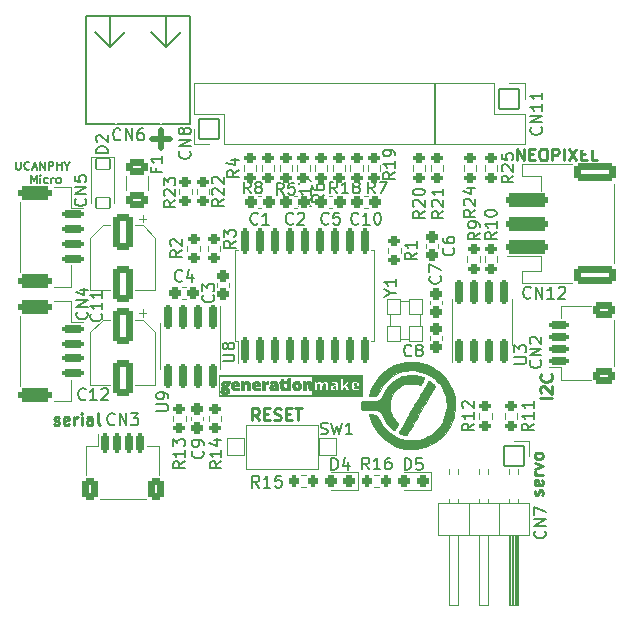
<source format=gto>
G04 #@! TF.GenerationSoftware,KiCad,Pcbnew,6.0.11-2627ca5db0~126~ubuntu22.04.1*
G04 #@! TF.CreationDate,2023-08-03T02:59:47+02:00*
G04 #@! TF.ProjectId,OpenCyphalPicoBase,4f70656e-4379-4706-9861-6c5069636f42,0.2*
G04 #@! TF.SameCoordinates,Original*
G04 #@! TF.FileFunction,Legend,Top*
G04 #@! TF.FilePolarity,Positive*
%FSLAX46Y46*%
G04 Gerber Fmt 4.6, Leading zero omitted, Abs format (unit mm)*
G04 Created by KiCad (PCBNEW 6.0.11-2627ca5db0~126~ubuntu22.04.1) date 2023-08-03 02:59:47*
%MOMM*%
%LPD*%
G01*
G04 APERTURE LIST*
G04 Aperture macros list*
%AMRoundRect*
0 Rectangle with rounded corners*
0 $1 Rounding radius*
0 $2 $3 $4 $5 $6 $7 $8 $9 X,Y pos of 4 corners*
0 Add a 4 corners polygon primitive as box body*
4,1,4,$2,$3,$4,$5,$6,$7,$8,$9,$2,$3,0*
0 Add four circle primitives for the rounded corners*
1,1,$1+$1,$2,$3*
1,1,$1+$1,$4,$5*
1,1,$1+$1,$6,$7*
1,1,$1+$1,$8,$9*
0 Add four rect primitives between the rounded corners*
20,1,$1+$1,$2,$3,$4,$5,0*
20,1,$1+$1,$4,$5,$6,$7,0*
20,1,$1+$1,$6,$7,$8,$9,0*
20,1,$1+$1,$8,$9,$2,$3,0*%
G04 Aperture macros list end*
%ADD10C,0.175000*%
%ADD11C,0.500000*%
%ADD12C,0.250000*%
%ADD13C,0.150000*%
%ADD14C,0.120000*%
%ADD15C,0.010000*%
%ADD16C,2.200000*%
%ADD17C,5.902000*%
%ADD18RoundRect,0.251000X0.275000X-0.200000X0.275000X0.200000X-0.275000X0.200000X-0.275000X-0.200000X0*%
%ADD19RoundRect,0.201000X0.150000X-0.875000X0.150000X0.875000X-0.150000X0.875000X-0.150000X-0.875000X0*%
%ADD20RoundRect,0.276000X-0.250000X0.225000X-0.250000X-0.225000X0.250000X-0.225000X0.250000X0.225000X0*%
%ADD21RoundRect,0.276000X-0.225000X-0.250000X0.225000X-0.250000X0.225000X0.250000X-0.225000X0.250000X0*%
%ADD22RoundRect,0.251000X-0.275000X0.200000X-0.275000X-0.200000X0.275000X-0.200000X0.275000X0.200000X0*%
%ADD23RoundRect,0.201000X0.625000X-0.150000X0.625000X0.150000X-0.625000X0.150000X-0.625000X-0.150000X0*%
%ADD24RoundRect,0.301000X0.650000X-0.350000X0.650000X0.350000X-0.650000X0.350000X-0.650000X-0.350000X0*%
%ADD25RoundRect,0.201000X-0.150000X-0.625000X0.150000X-0.625000X0.150000X0.625000X-0.150000X0.625000X0*%
%ADD26RoundRect,0.301000X-0.350000X-0.650000X0.350000X-0.650000X0.350000X0.650000X-0.350000X0.650000X0*%
%ADD27RoundRect,0.051000X-0.850000X0.850000X-0.850000X-0.850000X0.850000X-0.850000X0.850000X0.850000X0*%
%ADD28O,1.802000X1.802000*%
%ADD29RoundRect,0.051000X-0.600000X0.450000X-0.600000X-0.450000X0.600000X-0.450000X0.600000X0.450000X0*%
%ADD30RoundRect,0.201000X0.150000X-0.825000X0.150000X0.825000X-0.150000X0.825000X-0.150000X-0.825000X0*%
%ADD31RoundRect,0.201000X-0.700000X0.150000X-0.700000X-0.150000X0.700000X-0.150000X0.700000X0.150000X0*%
%ADD32RoundRect,0.301000X-1.100000X0.250000X-1.100000X-0.250000X1.100000X-0.250000X1.100000X0.250000X0*%
%ADD33C,2.302000*%
%ADD34RoundRect,0.269750X0.218750X0.256250X-0.218750X0.256250X-0.218750X-0.256250X0.218750X-0.256250X0*%
%ADD35RoundRect,0.251000X-0.200000X-0.275000X0.200000X-0.275000X0.200000X0.275000X-0.200000X0.275000X0*%
%ADD36RoundRect,0.201000X-0.150000X0.825000X-0.150000X-0.825000X0.150000X-0.825000X0.150000X0.825000X0*%
%ADD37RoundRect,0.051000X0.550000X-0.650000X0.550000X0.650000X-0.550000X0.650000X-0.550000X-0.650000X0*%
%ADD38RoundRect,0.276000X0.225000X0.250000X-0.225000X0.250000X-0.225000X-0.250000X0.225000X-0.250000X0*%
%ADD39RoundRect,0.051000X0.850000X-0.850000X0.850000X0.850000X-0.850000X0.850000X-0.850000X-0.850000X0*%
%ADD40RoundRect,0.051000X0.750000X0.750000X-0.750000X0.750000X-0.750000X-0.750000X0.750000X-0.750000X0*%
%ADD41RoundRect,0.276000X0.250000X-0.225000X0.250000X0.225000X-0.250000X0.225000X-0.250000X-0.225000X0*%
%ADD42RoundRect,0.301000X1.500000X-0.250000X1.500000X0.250000X-1.500000X0.250000X-1.500000X-0.250000X0*%
%ADD43RoundRect,0.301001X1.449999X-0.499999X1.449999X0.499999X-1.449999X0.499999X-1.449999X-0.499999X0*%
%ADD44RoundRect,0.301000X0.625000X-0.375000X0.625000X0.375000X-0.625000X0.375000X-0.625000X-0.375000X0*%
%ADD45RoundRect,0.301000X-0.550000X1.250000X-0.550000X-1.250000X0.550000X-1.250000X0.550000X1.250000X0*%
G04 APERTURE END LIST*
D10*
X64766666Y-80853166D02*
X64766666Y-81419833D01*
X64800000Y-81486500D01*
X64833333Y-81519833D01*
X64900000Y-81553166D01*
X65033333Y-81553166D01*
X65100000Y-81519833D01*
X65133333Y-81486500D01*
X65166666Y-81419833D01*
X65166666Y-80853166D01*
X65900000Y-81486500D02*
X65866666Y-81519833D01*
X65766666Y-81553166D01*
X65700000Y-81553166D01*
X65600000Y-81519833D01*
X65533333Y-81453166D01*
X65500000Y-81386500D01*
X65466666Y-81253166D01*
X65466666Y-81153166D01*
X65500000Y-81019833D01*
X65533333Y-80953166D01*
X65600000Y-80886500D01*
X65700000Y-80853166D01*
X65766666Y-80853166D01*
X65866666Y-80886500D01*
X65900000Y-80919833D01*
X66166666Y-81353166D02*
X66500000Y-81353166D01*
X66100000Y-81553166D02*
X66333333Y-80853166D01*
X66566666Y-81553166D01*
X66800000Y-81553166D02*
X66800000Y-80853166D01*
X67200000Y-81553166D01*
X67200000Y-80853166D01*
X67533333Y-81553166D02*
X67533333Y-80853166D01*
X67800000Y-80853166D01*
X67866666Y-80886500D01*
X67900000Y-80919833D01*
X67933333Y-80986500D01*
X67933333Y-81086500D01*
X67900000Y-81153166D01*
X67866666Y-81186500D01*
X67800000Y-81219833D01*
X67533333Y-81219833D01*
X68233333Y-81553166D02*
X68233333Y-80853166D01*
X68233333Y-81186500D02*
X68633333Y-81186500D01*
X68633333Y-81553166D02*
X68633333Y-80853166D01*
X69100000Y-81219833D02*
X69100000Y-81553166D01*
X68866666Y-80853166D02*
X69100000Y-81219833D01*
X69333333Y-80853166D01*
X66033333Y-82680166D02*
X66033333Y-81980166D01*
X66266666Y-82480166D01*
X66500000Y-81980166D01*
X66500000Y-82680166D01*
X66833333Y-82680166D02*
X66833333Y-82213500D01*
X66833333Y-81980166D02*
X66800000Y-82013500D01*
X66833333Y-82046833D01*
X66866666Y-82013500D01*
X66833333Y-81980166D01*
X66833333Y-82046833D01*
X67466666Y-82646833D02*
X67400000Y-82680166D01*
X67266666Y-82680166D01*
X67200000Y-82646833D01*
X67166666Y-82613500D01*
X67133333Y-82546833D01*
X67133333Y-82346833D01*
X67166666Y-82280166D01*
X67200000Y-82246833D01*
X67266666Y-82213500D01*
X67400000Y-82213500D01*
X67466666Y-82246833D01*
X67766666Y-82680166D02*
X67766666Y-82213500D01*
X67766666Y-82346833D02*
X67800000Y-82280166D01*
X67833333Y-82246833D01*
X67900000Y-82213500D01*
X67966666Y-82213500D01*
X68300000Y-82680166D02*
X68233333Y-82646833D01*
X68200000Y-82613500D01*
X68166666Y-82546833D01*
X68166666Y-82346833D01*
X68200000Y-82280166D01*
X68233333Y-82246833D01*
X68300000Y-82213500D01*
X68400000Y-82213500D01*
X68466666Y-82246833D01*
X68500000Y-82280166D01*
X68533333Y-82346833D01*
X68533333Y-82546833D01*
X68500000Y-82613500D01*
X68466666Y-82646833D01*
X68400000Y-82680166D01*
X68300000Y-82680166D01*
D11*
X76238095Y-78942857D02*
X77761904Y-78942857D01*
X77000000Y-79704761D02*
X77000000Y-78180952D01*
D12*
X110152380Y-100876190D02*
X109152380Y-100876190D01*
X109247619Y-100447619D02*
X109200000Y-100400000D01*
X109152380Y-100304761D01*
X109152380Y-100066666D01*
X109200000Y-99971428D01*
X109247619Y-99923809D01*
X109342857Y-99876190D01*
X109438095Y-99876190D01*
X109580952Y-99923809D01*
X110152380Y-100495238D01*
X110152380Y-99876190D01*
X110057142Y-98876190D02*
X110104761Y-98923809D01*
X110152380Y-99066666D01*
X110152380Y-99161904D01*
X110104761Y-99304761D01*
X110009523Y-99400000D01*
X109914285Y-99447619D01*
X109723809Y-99495238D01*
X109580952Y-99495238D01*
X109390476Y-99447619D01*
X109295238Y-99400000D01*
X109200000Y-99304761D01*
X109152380Y-99161904D01*
X109152380Y-99066666D01*
X109200000Y-98923809D01*
X109247619Y-98876190D01*
X107166666Y-80752380D02*
X107166666Y-79752380D01*
X107738095Y-80752380D01*
X107738095Y-79752380D01*
X108214285Y-80228571D02*
X108547619Y-80228571D01*
X108690476Y-80752380D02*
X108214285Y-80752380D01*
X108214285Y-79752380D01*
X108690476Y-79752380D01*
X109309523Y-79752380D02*
X109500000Y-79752380D01*
X109595238Y-79800000D01*
X109690476Y-79895238D01*
X109738095Y-80085714D01*
X109738095Y-80419047D01*
X109690476Y-80609523D01*
X109595238Y-80704761D01*
X109500000Y-80752380D01*
X109309523Y-80752380D01*
X109214285Y-80704761D01*
X109119047Y-80609523D01*
X109071428Y-80419047D01*
X109071428Y-80085714D01*
X109119047Y-79895238D01*
X109214285Y-79800000D01*
X109309523Y-79752380D01*
X110166666Y-80752380D02*
X110166666Y-79752380D01*
X110547619Y-79752380D01*
X110642857Y-79800000D01*
X110690476Y-79847619D01*
X110738095Y-79942857D01*
X110738095Y-80085714D01*
X110690476Y-80180952D01*
X110642857Y-80228571D01*
X110547619Y-80276190D01*
X110166666Y-80276190D01*
X111166666Y-80752380D02*
X111166666Y-79752380D01*
X111547619Y-79752380D02*
X112214285Y-80752380D01*
X112214285Y-79752380D02*
X111547619Y-80752380D01*
X112595238Y-80228571D02*
X112928571Y-80228571D01*
X113071428Y-80752380D02*
X112595238Y-80752380D01*
X112595238Y-79752380D01*
X113071428Y-79752380D01*
X113976190Y-80752380D02*
X113500000Y-80752380D01*
X113500000Y-79752380D01*
X85347619Y-102752380D02*
X85014285Y-102276190D01*
X84776190Y-102752380D02*
X84776190Y-101752380D01*
X85157142Y-101752380D01*
X85252380Y-101800000D01*
X85300000Y-101847619D01*
X85347619Y-101942857D01*
X85347619Y-102085714D01*
X85300000Y-102180952D01*
X85252380Y-102228571D01*
X85157142Y-102276190D01*
X84776190Y-102276190D01*
X85776190Y-102228571D02*
X86109523Y-102228571D01*
X86252380Y-102752380D02*
X85776190Y-102752380D01*
X85776190Y-101752380D01*
X86252380Y-101752380D01*
X86633333Y-102704761D02*
X86776190Y-102752380D01*
X87014285Y-102752380D01*
X87109523Y-102704761D01*
X87157142Y-102657142D01*
X87204761Y-102561904D01*
X87204761Y-102466666D01*
X87157142Y-102371428D01*
X87109523Y-102323809D01*
X87014285Y-102276190D01*
X86823809Y-102228571D01*
X86728571Y-102180952D01*
X86680952Y-102133333D01*
X86633333Y-102038095D01*
X86633333Y-101942857D01*
X86680952Y-101847619D01*
X86728571Y-101800000D01*
X86823809Y-101752380D01*
X87061904Y-101752380D01*
X87204761Y-101800000D01*
X87633333Y-102228571D02*
X87966666Y-102228571D01*
X88109523Y-102752380D02*
X87633333Y-102752380D01*
X87633333Y-101752380D01*
X88109523Y-101752380D01*
X88395238Y-101752380D02*
X88966666Y-101752380D01*
X88680952Y-102752380D02*
X88680952Y-101752380D01*
X109304761Y-109085714D02*
X109352380Y-108990476D01*
X109352380Y-108800000D01*
X109304761Y-108704761D01*
X109209523Y-108657142D01*
X109161904Y-108657142D01*
X109066666Y-108704761D01*
X109019047Y-108800000D01*
X109019047Y-108942857D01*
X108971428Y-109038095D01*
X108876190Y-109085714D01*
X108828571Y-109085714D01*
X108733333Y-109038095D01*
X108685714Y-108942857D01*
X108685714Y-108800000D01*
X108733333Y-108704761D01*
X109304761Y-107847619D02*
X109352380Y-107942857D01*
X109352380Y-108133333D01*
X109304761Y-108228571D01*
X109209523Y-108276190D01*
X108828571Y-108276190D01*
X108733333Y-108228571D01*
X108685714Y-108133333D01*
X108685714Y-107942857D01*
X108733333Y-107847619D01*
X108828571Y-107800000D01*
X108923809Y-107800000D01*
X109019047Y-108276190D01*
X109352380Y-107371428D02*
X108685714Y-107371428D01*
X108876190Y-107371428D02*
X108780952Y-107323809D01*
X108733333Y-107276190D01*
X108685714Y-107180952D01*
X108685714Y-107085714D01*
X108685714Y-106847619D02*
X109352380Y-106609523D01*
X108685714Y-106371428D01*
X109352380Y-105847619D02*
X109304761Y-105942857D01*
X109257142Y-105990476D01*
X109161904Y-106038095D01*
X108876190Y-106038095D01*
X108780952Y-105990476D01*
X108733333Y-105942857D01*
X108685714Y-105847619D01*
X108685714Y-105704761D01*
X108733333Y-105609523D01*
X108780952Y-105561904D01*
X108876190Y-105514285D01*
X109161904Y-105514285D01*
X109257142Y-105561904D01*
X109304761Y-105609523D01*
X109352380Y-105704761D01*
X109352380Y-105847619D01*
X67995238Y-103104761D02*
X68090476Y-103152380D01*
X68280952Y-103152380D01*
X68376190Y-103104761D01*
X68423809Y-103009523D01*
X68423809Y-102961904D01*
X68376190Y-102866666D01*
X68280952Y-102819047D01*
X68138095Y-102819047D01*
X68042857Y-102771428D01*
X67995238Y-102676190D01*
X67995238Y-102628571D01*
X68042857Y-102533333D01*
X68138095Y-102485714D01*
X68280952Y-102485714D01*
X68376190Y-102533333D01*
X69233333Y-103104761D02*
X69138095Y-103152380D01*
X68947619Y-103152380D01*
X68852380Y-103104761D01*
X68804761Y-103009523D01*
X68804761Y-102628571D01*
X68852380Y-102533333D01*
X68947619Y-102485714D01*
X69138095Y-102485714D01*
X69233333Y-102533333D01*
X69280952Y-102628571D01*
X69280952Y-102723809D01*
X68804761Y-102819047D01*
X69709523Y-103152380D02*
X69709523Y-102485714D01*
X69709523Y-102676190D02*
X69757142Y-102580952D01*
X69804761Y-102533333D01*
X69900000Y-102485714D01*
X69995238Y-102485714D01*
X70328571Y-103152380D02*
X70328571Y-102485714D01*
X70328571Y-102152380D02*
X70280952Y-102200000D01*
X70328571Y-102247619D01*
X70376190Y-102200000D01*
X70328571Y-102152380D01*
X70328571Y-102247619D01*
X71233333Y-103152380D02*
X71233333Y-102628571D01*
X71185714Y-102533333D01*
X71090476Y-102485714D01*
X70900000Y-102485714D01*
X70804761Y-102533333D01*
X71233333Y-103104761D02*
X71138095Y-103152380D01*
X70900000Y-103152380D01*
X70804761Y-103104761D01*
X70757142Y-103009523D01*
X70757142Y-102914285D01*
X70804761Y-102819047D01*
X70900000Y-102771428D01*
X71138095Y-102771428D01*
X71233333Y-102723809D01*
X71852380Y-103152380D02*
X71757142Y-103104761D01*
X71709523Y-103009523D01*
X71709523Y-102152380D01*
D13*
X78822380Y-88366666D02*
X78346190Y-88700000D01*
X78822380Y-88938095D02*
X77822380Y-88938095D01*
X77822380Y-88557142D01*
X77870000Y-88461904D01*
X77917619Y-88414285D01*
X78012857Y-88366666D01*
X78155714Y-88366666D01*
X78250952Y-88414285D01*
X78298571Y-88461904D01*
X78346190Y-88557142D01*
X78346190Y-88938095D01*
X77917619Y-87985714D02*
X77870000Y-87938095D01*
X77822380Y-87842857D01*
X77822380Y-87604761D01*
X77870000Y-87509523D01*
X77917619Y-87461904D01*
X78012857Y-87414285D01*
X78108095Y-87414285D01*
X78250952Y-87461904D01*
X78822380Y-88033333D01*
X78822380Y-87414285D01*
X82252380Y-97761904D02*
X83061904Y-97761904D01*
X83157142Y-97714285D01*
X83204761Y-97666666D01*
X83252380Y-97571428D01*
X83252380Y-97380952D01*
X83204761Y-97285714D01*
X83157142Y-97238095D01*
X83061904Y-97190476D01*
X82252380Y-97190476D01*
X82680952Y-96571428D02*
X82633333Y-96666666D01*
X82585714Y-96714285D01*
X82490476Y-96761904D01*
X82442857Y-96761904D01*
X82347619Y-96714285D01*
X82300000Y-96666666D01*
X82252380Y-96571428D01*
X82252380Y-96380952D01*
X82300000Y-96285714D01*
X82347619Y-96238095D01*
X82442857Y-96190476D01*
X82490476Y-96190476D01*
X82585714Y-96238095D01*
X82633333Y-96285714D01*
X82680952Y-96380952D01*
X82680952Y-96571428D01*
X82728571Y-96666666D01*
X82776190Y-96714285D01*
X82871428Y-96761904D01*
X83061904Y-96761904D01*
X83157142Y-96714285D01*
X83204761Y-96666666D01*
X83252380Y-96571428D01*
X83252380Y-96380952D01*
X83204761Y-96285714D01*
X83157142Y-96238095D01*
X83061904Y-96190476D01*
X82871428Y-96190476D01*
X82776190Y-96238095D01*
X82728571Y-96285714D01*
X82680952Y-96380952D01*
X81457142Y-92166666D02*
X81504761Y-92214285D01*
X81552380Y-92357142D01*
X81552380Y-92452380D01*
X81504761Y-92595238D01*
X81409523Y-92690476D01*
X81314285Y-92738095D01*
X81123809Y-92785714D01*
X80980952Y-92785714D01*
X80790476Y-92738095D01*
X80695238Y-92690476D01*
X80600000Y-92595238D01*
X80552380Y-92452380D01*
X80552380Y-92357142D01*
X80600000Y-92214285D01*
X80647619Y-92166666D01*
X80552380Y-91833333D02*
X80552380Y-91214285D01*
X80933333Y-91547619D01*
X80933333Y-91404761D01*
X80980952Y-91309523D01*
X81028571Y-91261904D01*
X81123809Y-91214285D01*
X81361904Y-91214285D01*
X81457142Y-91261904D01*
X81504761Y-91309523D01*
X81552380Y-91404761D01*
X81552380Y-91690476D01*
X81504761Y-91785714D01*
X81457142Y-91833333D01*
X78833333Y-90927142D02*
X78785714Y-90974761D01*
X78642857Y-91022380D01*
X78547619Y-91022380D01*
X78404761Y-90974761D01*
X78309523Y-90879523D01*
X78261904Y-90784285D01*
X78214285Y-90593809D01*
X78214285Y-90450952D01*
X78261904Y-90260476D01*
X78309523Y-90165238D01*
X78404761Y-90070000D01*
X78547619Y-90022380D01*
X78642857Y-90022380D01*
X78785714Y-90070000D01*
X78833333Y-90117619D01*
X79690476Y-90355714D02*
X79690476Y-91022380D01*
X79452380Y-89974761D02*
X79214285Y-90689047D01*
X79833333Y-90689047D01*
X98682380Y-88566666D02*
X98206190Y-88900000D01*
X98682380Y-89138095D02*
X97682380Y-89138095D01*
X97682380Y-88757142D01*
X97730000Y-88661904D01*
X97777619Y-88614285D01*
X97872857Y-88566666D01*
X98015714Y-88566666D01*
X98110952Y-88614285D01*
X98158571Y-88661904D01*
X98206190Y-88757142D01*
X98206190Y-89138095D01*
X98682380Y-87614285D02*
X98682380Y-88185714D01*
X98682380Y-87900000D02*
X97682380Y-87900000D01*
X97825238Y-87995238D01*
X97920476Y-88090476D01*
X97968095Y-88185714D01*
X83352380Y-87566666D02*
X82876190Y-87900000D01*
X83352380Y-88138095D02*
X82352380Y-88138095D01*
X82352380Y-87757142D01*
X82400000Y-87661904D01*
X82447619Y-87614285D01*
X82542857Y-87566666D01*
X82685714Y-87566666D01*
X82780952Y-87614285D01*
X82828571Y-87661904D01*
X82876190Y-87757142D01*
X82876190Y-88138095D01*
X82352380Y-87233333D02*
X82352380Y-86614285D01*
X82733333Y-86947619D01*
X82733333Y-86804761D01*
X82780952Y-86709523D01*
X82828571Y-86661904D01*
X82923809Y-86614285D01*
X83161904Y-86614285D01*
X83257142Y-86661904D01*
X83304761Y-86709523D01*
X83352380Y-86804761D01*
X83352380Y-87090476D01*
X83304761Y-87185714D01*
X83257142Y-87233333D01*
X101787142Y-88166666D02*
X101834761Y-88214285D01*
X101882380Y-88357142D01*
X101882380Y-88452380D01*
X101834761Y-88595238D01*
X101739523Y-88690476D01*
X101644285Y-88738095D01*
X101453809Y-88785714D01*
X101310952Y-88785714D01*
X101120476Y-88738095D01*
X101025238Y-88690476D01*
X100930000Y-88595238D01*
X100882380Y-88452380D01*
X100882380Y-88357142D01*
X100930000Y-88214285D01*
X100977619Y-88166666D01*
X100882380Y-87309523D02*
X100882380Y-87500000D01*
X100930000Y-87595238D01*
X100977619Y-87642857D01*
X101120476Y-87738095D01*
X101310952Y-87785714D01*
X101691904Y-87785714D01*
X101787142Y-87738095D01*
X101834761Y-87690476D01*
X101882380Y-87595238D01*
X101882380Y-87404761D01*
X101834761Y-87309523D01*
X101787142Y-87261904D01*
X101691904Y-87214285D01*
X101453809Y-87214285D01*
X101358571Y-87261904D01*
X101310952Y-87309523D01*
X101263333Y-87404761D01*
X101263333Y-87595238D01*
X101310952Y-87690476D01*
X101358571Y-87738095D01*
X101453809Y-87785714D01*
X109157142Y-97690476D02*
X109204761Y-97738095D01*
X109252380Y-97880952D01*
X109252380Y-97976190D01*
X109204761Y-98119047D01*
X109109523Y-98214285D01*
X109014285Y-98261904D01*
X108823809Y-98309523D01*
X108680952Y-98309523D01*
X108490476Y-98261904D01*
X108395238Y-98214285D01*
X108300000Y-98119047D01*
X108252380Y-97976190D01*
X108252380Y-97880952D01*
X108300000Y-97738095D01*
X108347619Y-97690476D01*
X109252380Y-97261904D02*
X108252380Y-97261904D01*
X109252380Y-96690476D01*
X108252380Y-96690476D01*
X108347619Y-96261904D02*
X108300000Y-96214285D01*
X108252380Y-96119047D01*
X108252380Y-95880952D01*
X108300000Y-95785714D01*
X108347619Y-95738095D01*
X108442857Y-95690476D01*
X108538095Y-95690476D01*
X108680952Y-95738095D01*
X109252380Y-96309523D01*
X109252380Y-95690476D01*
X73109523Y-103077142D02*
X73061904Y-103124761D01*
X72919047Y-103172380D01*
X72823809Y-103172380D01*
X72680952Y-103124761D01*
X72585714Y-103029523D01*
X72538095Y-102934285D01*
X72490476Y-102743809D01*
X72490476Y-102600952D01*
X72538095Y-102410476D01*
X72585714Y-102315238D01*
X72680952Y-102220000D01*
X72823809Y-102172380D01*
X72919047Y-102172380D01*
X73061904Y-102220000D01*
X73109523Y-102267619D01*
X73538095Y-103172380D02*
X73538095Y-102172380D01*
X74109523Y-103172380D01*
X74109523Y-102172380D01*
X74490476Y-102172380D02*
X75109523Y-102172380D01*
X74776190Y-102553333D01*
X74919047Y-102553333D01*
X75014285Y-102600952D01*
X75061904Y-102648571D01*
X75109523Y-102743809D01*
X75109523Y-102981904D01*
X75061904Y-103077142D01*
X75014285Y-103124761D01*
X74919047Y-103172380D01*
X74633333Y-103172380D01*
X74538095Y-103124761D01*
X74490476Y-103077142D01*
X109527142Y-112145476D02*
X109574761Y-112193095D01*
X109622380Y-112335952D01*
X109622380Y-112431190D01*
X109574761Y-112574047D01*
X109479523Y-112669285D01*
X109384285Y-112716904D01*
X109193809Y-112764523D01*
X109050952Y-112764523D01*
X108860476Y-112716904D01*
X108765238Y-112669285D01*
X108670000Y-112574047D01*
X108622380Y-112431190D01*
X108622380Y-112335952D01*
X108670000Y-112193095D01*
X108717619Y-112145476D01*
X109622380Y-111716904D02*
X108622380Y-111716904D01*
X109622380Y-111145476D01*
X108622380Y-111145476D01*
X108622380Y-110764523D02*
X108622380Y-110097857D01*
X109622380Y-110526428D01*
X72552380Y-80138095D02*
X71552380Y-80138095D01*
X71552380Y-79900000D01*
X71600000Y-79757142D01*
X71695238Y-79661904D01*
X71790476Y-79614285D01*
X71980952Y-79566666D01*
X72123809Y-79566666D01*
X72314285Y-79614285D01*
X72409523Y-79661904D01*
X72504761Y-79757142D01*
X72552380Y-79900000D01*
X72552380Y-80138095D01*
X71647619Y-79185714D02*
X71600000Y-79138095D01*
X71552380Y-79042857D01*
X71552380Y-78804761D01*
X71600000Y-78709523D01*
X71647619Y-78661904D01*
X71742857Y-78614285D01*
X71838095Y-78614285D01*
X71980952Y-78661904D01*
X72552380Y-79233333D01*
X72552380Y-78614285D01*
X106952380Y-97961904D02*
X107761904Y-97961904D01*
X107857142Y-97914285D01*
X107904761Y-97866666D01*
X107952380Y-97771428D01*
X107952380Y-97580952D01*
X107904761Y-97485714D01*
X107857142Y-97438095D01*
X107761904Y-97390476D01*
X106952380Y-97390476D01*
X106952380Y-97009523D02*
X106952380Y-96390476D01*
X107333333Y-96723809D01*
X107333333Y-96580952D01*
X107380952Y-96485714D01*
X107428571Y-96438095D01*
X107523809Y-96390476D01*
X107761904Y-96390476D01*
X107857142Y-96438095D01*
X107904761Y-96485714D01*
X107952380Y-96580952D01*
X107952380Y-96866666D01*
X107904761Y-96961904D01*
X107857142Y-97009523D01*
X104052380Y-86866666D02*
X103576190Y-87200000D01*
X104052380Y-87438095D02*
X103052380Y-87438095D01*
X103052380Y-87057142D01*
X103100000Y-86961904D01*
X103147619Y-86914285D01*
X103242857Y-86866666D01*
X103385714Y-86866666D01*
X103480952Y-86914285D01*
X103528571Y-86961904D01*
X103576190Y-87057142D01*
X103576190Y-87438095D01*
X104052380Y-86390476D02*
X104052380Y-86200000D01*
X104004761Y-86104761D01*
X103957142Y-86057142D01*
X103814285Y-85961904D01*
X103623809Y-85914285D01*
X103242857Y-85914285D01*
X103147619Y-85961904D01*
X103100000Y-86009523D01*
X103052380Y-86104761D01*
X103052380Y-86295238D01*
X103100000Y-86390476D01*
X103147619Y-86438095D01*
X103242857Y-86485714D01*
X103480952Y-86485714D01*
X103576190Y-86438095D01*
X103623809Y-86390476D01*
X103671428Y-86295238D01*
X103671428Y-86104761D01*
X103623809Y-86009523D01*
X103576190Y-85961904D01*
X103480952Y-85914285D01*
X105452380Y-86842857D02*
X104976190Y-87176190D01*
X105452380Y-87414285D02*
X104452380Y-87414285D01*
X104452380Y-87033333D01*
X104500000Y-86938095D01*
X104547619Y-86890476D01*
X104642857Y-86842857D01*
X104785714Y-86842857D01*
X104880952Y-86890476D01*
X104928571Y-86938095D01*
X104976190Y-87033333D01*
X104976190Y-87414285D01*
X105452380Y-85890476D02*
X105452380Y-86461904D01*
X105452380Y-86176190D02*
X104452380Y-86176190D01*
X104595238Y-86271428D01*
X104690476Y-86366666D01*
X104738095Y-86461904D01*
X104452380Y-85271428D02*
X104452380Y-85176190D01*
X104500000Y-85080952D01*
X104547619Y-85033333D01*
X104642857Y-84985714D01*
X104833333Y-84938095D01*
X105071428Y-84938095D01*
X105261904Y-84985714D01*
X105357142Y-85033333D01*
X105404761Y-85080952D01*
X105452380Y-85176190D01*
X105452380Y-85271428D01*
X105404761Y-85366666D01*
X105357142Y-85414285D01*
X105261904Y-85461904D01*
X105071428Y-85509523D01*
X104833333Y-85509523D01*
X104642857Y-85461904D01*
X104547619Y-85414285D01*
X104500000Y-85366666D01*
X104452380Y-85271428D01*
X108582380Y-103042857D02*
X108106190Y-103376190D01*
X108582380Y-103614285D02*
X107582380Y-103614285D01*
X107582380Y-103233333D01*
X107630000Y-103138095D01*
X107677619Y-103090476D01*
X107772857Y-103042857D01*
X107915714Y-103042857D01*
X108010952Y-103090476D01*
X108058571Y-103138095D01*
X108106190Y-103233333D01*
X108106190Y-103614285D01*
X108582380Y-102090476D02*
X108582380Y-102661904D01*
X108582380Y-102376190D02*
X107582380Y-102376190D01*
X107725238Y-102471428D01*
X107820476Y-102566666D01*
X107868095Y-102661904D01*
X108582380Y-101138095D02*
X108582380Y-101709523D01*
X108582380Y-101423809D02*
X107582380Y-101423809D01*
X107725238Y-101519047D01*
X107820476Y-101614285D01*
X107868095Y-101709523D01*
X103522380Y-103042857D02*
X103046190Y-103376190D01*
X103522380Y-103614285D02*
X102522380Y-103614285D01*
X102522380Y-103233333D01*
X102570000Y-103138095D01*
X102617619Y-103090476D01*
X102712857Y-103042857D01*
X102855714Y-103042857D01*
X102950952Y-103090476D01*
X102998571Y-103138095D01*
X103046190Y-103233333D01*
X103046190Y-103614285D01*
X103522380Y-102090476D02*
X103522380Y-102661904D01*
X103522380Y-102376190D02*
X102522380Y-102376190D01*
X102665238Y-102471428D01*
X102760476Y-102566666D01*
X102808095Y-102661904D01*
X102617619Y-101709523D02*
X102570000Y-101661904D01*
X102522380Y-101566666D01*
X102522380Y-101328571D01*
X102570000Y-101233333D01*
X102617619Y-101185714D01*
X102712857Y-101138095D01*
X102808095Y-101138095D01*
X102950952Y-101185714D01*
X103522380Y-101757142D01*
X103522380Y-101138095D01*
X70757142Y-93590476D02*
X70804761Y-93638095D01*
X70852380Y-93780952D01*
X70852380Y-93876190D01*
X70804761Y-94019047D01*
X70709523Y-94114285D01*
X70614285Y-94161904D01*
X70423809Y-94209523D01*
X70280952Y-94209523D01*
X70090476Y-94161904D01*
X69995238Y-94114285D01*
X69900000Y-94019047D01*
X69852380Y-93876190D01*
X69852380Y-93780952D01*
X69900000Y-93638095D01*
X69947619Y-93590476D01*
X70852380Y-93161904D02*
X69852380Y-93161904D01*
X70852380Y-92590476D01*
X69852380Y-92590476D01*
X70185714Y-91685714D02*
X70852380Y-91685714D01*
X69804761Y-91923809D02*
X70519047Y-92161904D01*
X70519047Y-91542857D01*
X73609523Y-78957142D02*
X73561904Y-79004761D01*
X73419047Y-79052380D01*
X73323809Y-79052380D01*
X73180952Y-79004761D01*
X73085714Y-78909523D01*
X73038095Y-78814285D01*
X72990476Y-78623809D01*
X72990476Y-78480952D01*
X73038095Y-78290476D01*
X73085714Y-78195238D01*
X73180952Y-78100000D01*
X73323809Y-78052380D01*
X73419047Y-78052380D01*
X73561904Y-78100000D01*
X73609523Y-78147619D01*
X74038095Y-79052380D02*
X74038095Y-78052380D01*
X74609523Y-79052380D01*
X74609523Y-78052380D01*
X75514285Y-78052380D02*
X75323809Y-78052380D01*
X75228571Y-78100000D01*
X75180952Y-78147619D01*
X75085714Y-78290476D01*
X75038095Y-78480952D01*
X75038095Y-78861904D01*
X75085714Y-78957142D01*
X75133333Y-79004761D01*
X75228571Y-79052380D01*
X75419047Y-79052380D01*
X75514285Y-79004761D01*
X75561904Y-78957142D01*
X75609523Y-78861904D01*
X75609523Y-78623809D01*
X75561904Y-78528571D01*
X75514285Y-78480952D01*
X75419047Y-78433333D01*
X75228571Y-78433333D01*
X75133333Y-78480952D01*
X75085714Y-78528571D01*
X75038095Y-78623809D01*
X97661904Y-106952380D02*
X97661904Y-105952380D01*
X97900000Y-105952380D01*
X98042857Y-106000000D01*
X98138095Y-106095238D01*
X98185714Y-106190476D01*
X98233333Y-106380952D01*
X98233333Y-106523809D01*
X98185714Y-106714285D01*
X98138095Y-106809523D01*
X98042857Y-106904761D01*
X97900000Y-106952380D01*
X97661904Y-106952380D01*
X99138095Y-105952380D02*
X98661904Y-105952380D01*
X98614285Y-106428571D01*
X98661904Y-106380952D01*
X98757142Y-106333333D01*
X98995238Y-106333333D01*
X99090476Y-106380952D01*
X99138095Y-106428571D01*
X99185714Y-106523809D01*
X99185714Y-106761904D01*
X99138095Y-106857142D01*
X99090476Y-106904761D01*
X98995238Y-106952380D01*
X98757142Y-106952380D01*
X98661904Y-106904761D01*
X98614285Y-106857142D01*
X94657142Y-106922380D02*
X94323809Y-106446190D01*
X94085714Y-106922380D02*
X94085714Y-105922380D01*
X94466666Y-105922380D01*
X94561904Y-105970000D01*
X94609523Y-106017619D01*
X94657142Y-106112857D01*
X94657142Y-106255714D01*
X94609523Y-106350952D01*
X94561904Y-106398571D01*
X94466666Y-106446190D01*
X94085714Y-106446190D01*
X95609523Y-106922380D02*
X95038095Y-106922380D01*
X95323809Y-106922380D02*
X95323809Y-105922380D01*
X95228571Y-106065238D01*
X95133333Y-106160476D01*
X95038095Y-106208095D01*
X96466666Y-105922380D02*
X96276190Y-105922380D01*
X96180952Y-105970000D01*
X96133333Y-106017619D01*
X96038095Y-106160476D01*
X95990476Y-106350952D01*
X95990476Y-106731904D01*
X96038095Y-106827142D01*
X96085714Y-106874761D01*
X96180952Y-106922380D01*
X96371428Y-106922380D01*
X96466666Y-106874761D01*
X96514285Y-106827142D01*
X96561904Y-106731904D01*
X96561904Y-106493809D01*
X96514285Y-106398571D01*
X96466666Y-106350952D01*
X96371428Y-106303333D01*
X96180952Y-106303333D01*
X96085714Y-106350952D01*
X96038095Y-106398571D01*
X95990476Y-106493809D01*
X76652380Y-101961904D02*
X77461904Y-101961904D01*
X77557142Y-101914285D01*
X77604761Y-101866666D01*
X77652380Y-101771428D01*
X77652380Y-101580952D01*
X77604761Y-101485714D01*
X77557142Y-101438095D01*
X77461904Y-101390476D01*
X76652380Y-101390476D01*
X77652380Y-100866666D02*
X77652380Y-100676190D01*
X77604761Y-100580952D01*
X77557142Y-100533333D01*
X77414285Y-100438095D01*
X77223809Y-100390476D01*
X76842857Y-100390476D01*
X76747619Y-100438095D01*
X76700000Y-100485714D01*
X76652380Y-100580952D01*
X76652380Y-100771428D01*
X76700000Y-100866666D01*
X76747619Y-100914285D01*
X76842857Y-100961904D01*
X77080952Y-100961904D01*
X77176190Y-100914285D01*
X77223809Y-100866666D01*
X77271428Y-100771428D01*
X77271428Y-100580952D01*
X77223809Y-100485714D01*
X77176190Y-100438095D01*
X77080952Y-100390476D01*
X96476190Y-91976190D02*
X96952380Y-91976190D01*
X95952380Y-92309523D02*
X96476190Y-91976190D01*
X95952380Y-91642857D01*
X96952380Y-90785714D02*
X96952380Y-91357142D01*
X96952380Y-91071428D02*
X95952380Y-91071428D01*
X96095238Y-91166666D01*
X96190476Y-91261904D01*
X96238095Y-91357142D01*
X70623630Y-83990476D02*
X70671249Y-84038095D01*
X70718868Y-84180952D01*
X70718868Y-84276190D01*
X70671249Y-84419047D01*
X70576011Y-84514285D01*
X70480773Y-84561904D01*
X70290297Y-84609523D01*
X70147440Y-84609523D01*
X69956964Y-84561904D01*
X69861726Y-84514285D01*
X69766488Y-84419047D01*
X69718868Y-84276190D01*
X69718868Y-84180952D01*
X69766488Y-84038095D01*
X69814107Y-83990476D01*
X70718868Y-83561904D02*
X69718868Y-83561904D01*
X70718868Y-82990476D01*
X69718868Y-82990476D01*
X69718868Y-82038095D02*
X69718868Y-82514285D01*
X70195059Y-82561904D01*
X70147440Y-82514285D01*
X70099821Y-82419047D01*
X70099821Y-82180952D01*
X70147440Y-82085714D01*
X70195059Y-82038095D01*
X70290297Y-81990476D01*
X70528392Y-81990476D01*
X70623630Y-82038095D01*
X70671249Y-82085714D01*
X70718868Y-82180952D01*
X70718868Y-82419047D01*
X70671249Y-82514285D01*
X70623630Y-82561904D01*
X80557142Y-105366666D02*
X80604761Y-105414285D01*
X80652380Y-105557142D01*
X80652380Y-105652380D01*
X80604761Y-105795238D01*
X80509523Y-105890476D01*
X80414285Y-105938095D01*
X80223809Y-105985714D01*
X80080952Y-105985714D01*
X79890476Y-105938095D01*
X79795238Y-105890476D01*
X79700000Y-105795238D01*
X79652380Y-105652380D01*
X79652380Y-105557142D01*
X79700000Y-105414285D01*
X79747619Y-105366666D01*
X80652380Y-104890476D02*
X80652380Y-104700000D01*
X80604761Y-104604761D01*
X80557142Y-104557142D01*
X80414285Y-104461904D01*
X80223809Y-104414285D01*
X79842857Y-104414285D01*
X79747619Y-104461904D01*
X79700000Y-104509523D01*
X79652380Y-104604761D01*
X79652380Y-104795238D01*
X79700000Y-104890476D01*
X79747619Y-104938095D01*
X79842857Y-104985714D01*
X80080952Y-104985714D01*
X80176190Y-104938095D01*
X80223809Y-104890476D01*
X80271428Y-104795238D01*
X80271428Y-104604761D01*
X80223809Y-104509523D01*
X80176190Y-104461904D01*
X80080952Y-104414285D01*
X79052380Y-106242857D02*
X78576190Y-106576190D01*
X79052380Y-106814285D02*
X78052380Y-106814285D01*
X78052380Y-106433333D01*
X78100000Y-106338095D01*
X78147619Y-106290476D01*
X78242857Y-106242857D01*
X78385714Y-106242857D01*
X78480952Y-106290476D01*
X78528571Y-106338095D01*
X78576190Y-106433333D01*
X78576190Y-106814285D01*
X79052380Y-105290476D02*
X79052380Y-105861904D01*
X79052380Y-105576190D02*
X78052380Y-105576190D01*
X78195238Y-105671428D01*
X78290476Y-105766666D01*
X78338095Y-105861904D01*
X78052380Y-104957142D02*
X78052380Y-104338095D01*
X78433333Y-104671428D01*
X78433333Y-104528571D01*
X78480952Y-104433333D01*
X78528571Y-104385714D01*
X78623809Y-104338095D01*
X78861904Y-104338095D01*
X78957142Y-104385714D01*
X79004761Y-104433333D01*
X79052380Y-104528571D01*
X79052380Y-104814285D01*
X79004761Y-104909523D01*
X78957142Y-104957142D01*
X82152380Y-106242857D02*
X81676190Y-106576190D01*
X82152380Y-106814285D02*
X81152380Y-106814285D01*
X81152380Y-106433333D01*
X81200000Y-106338095D01*
X81247619Y-106290476D01*
X81342857Y-106242857D01*
X81485714Y-106242857D01*
X81580952Y-106290476D01*
X81628571Y-106338095D01*
X81676190Y-106433333D01*
X81676190Y-106814285D01*
X82152380Y-105290476D02*
X82152380Y-105861904D01*
X82152380Y-105576190D02*
X81152380Y-105576190D01*
X81295238Y-105671428D01*
X81390476Y-105766666D01*
X81438095Y-105861904D01*
X81485714Y-104433333D02*
X82152380Y-104433333D01*
X81104761Y-104671428D02*
X81819047Y-104909523D01*
X81819047Y-104290476D01*
X85357142Y-108452380D02*
X85023809Y-107976190D01*
X84785714Y-108452380D02*
X84785714Y-107452380D01*
X85166666Y-107452380D01*
X85261904Y-107500000D01*
X85309523Y-107547619D01*
X85357142Y-107642857D01*
X85357142Y-107785714D01*
X85309523Y-107880952D01*
X85261904Y-107928571D01*
X85166666Y-107976190D01*
X84785714Y-107976190D01*
X86309523Y-108452380D02*
X85738095Y-108452380D01*
X86023809Y-108452380D02*
X86023809Y-107452380D01*
X85928571Y-107595238D01*
X85833333Y-107690476D01*
X85738095Y-107738095D01*
X87214285Y-107452380D02*
X86738095Y-107452380D01*
X86690476Y-107928571D01*
X86738095Y-107880952D01*
X86833333Y-107833333D01*
X87071428Y-107833333D01*
X87166666Y-107880952D01*
X87214285Y-107928571D01*
X87261904Y-108023809D01*
X87261904Y-108261904D01*
X87214285Y-108357142D01*
X87166666Y-108404761D01*
X87071428Y-108452380D01*
X86833333Y-108452380D01*
X86738095Y-108404761D01*
X86690476Y-108357142D01*
X85233333Y-86087142D02*
X85185714Y-86134761D01*
X85042857Y-86182380D01*
X84947619Y-86182380D01*
X84804761Y-86134761D01*
X84709523Y-86039523D01*
X84661904Y-85944285D01*
X84614285Y-85753809D01*
X84614285Y-85610952D01*
X84661904Y-85420476D01*
X84709523Y-85325238D01*
X84804761Y-85230000D01*
X84947619Y-85182380D01*
X85042857Y-85182380D01*
X85185714Y-85230000D01*
X85233333Y-85277619D01*
X86185714Y-86182380D02*
X85614285Y-86182380D01*
X85900000Y-86182380D02*
X85900000Y-85182380D01*
X85804761Y-85325238D01*
X85709523Y-85420476D01*
X85614285Y-85468095D01*
X88233333Y-86087142D02*
X88185714Y-86134761D01*
X88042857Y-86182380D01*
X87947619Y-86182380D01*
X87804761Y-86134761D01*
X87709523Y-86039523D01*
X87661904Y-85944285D01*
X87614285Y-85753809D01*
X87614285Y-85610952D01*
X87661904Y-85420476D01*
X87709523Y-85325238D01*
X87804761Y-85230000D01*
X87947619Y-85182380D01*
X88042857Y-85182380D01*
X88185714Y-85230000D01*
X88233333Y-85277619D01*
X88614285Y-85277619D02*
X88661904Y-85230000D01*
X88757142Y-85182380D01*
X88995238Y-85182380D01*
X89090476Y-85230000D01*
X89138095Y-85277619D01*
X89185714Y-85372857D01*
X89185714Y-85468095D01*
X89138095Y-85610952D01*
X88566666Y-86182380D01*
X89185714Y-86182380D01*
X91233333Y-86087142D02*
X91185714Y-86134761D01*
X91042857Y-86182380D01*
X90947619Y-86182380D01*
X90804761Y-86134761D01*
X90709523Y-86039523D01*
X90661904Y-85944285D01*
X90614285Y-85753809D01*
X90614285Y-85610952D01*
X90661904Y-85420476D01*
X90709523Y-85325238D01*
X90804761Y-85230000D01*
X90947619Y-85182380D01*
X91042857Y-85182380D01*
X91185714Y-85230000D01*
X91233333Y-85277619D01*
X92138095Y-85182380D02*
X91661904Y-85182380D01*
X91614285Y-85658571D01*
X91661904Y-85610952D01*
X91757142Y-85563333D01*
X91995238Y-85563333D01*
X92090476Y-85610952D01*
X92138095Y-85658571D01*
X92185714Y-85753809D01*
X92185714Y-85991904D01*
X92138095Y-86087142D01*
X92090476Y-86134761D01*
X91995238Y-86182380D01*
X91757142Y-86182380D01*
X91661904Y-86134761D01*
X91614285Y-86087142D01*
X93757142Y-86087142D02*
X93709523Y-86134761D01*
X93566666Y-86182380D01*
X93471428Y-86182380D01*
X93328571Y-86134761D01*
X93233333Y-86039523D01*
X93185714Y-85944285D01*
X93138095Y-85753809D01*
X93138095Y-85610952D01*
X93185714Y-85420476D01*
X93233333Y-85325238D01*
X93328571Y-85230000D01*
X93471428Y-85182380D01*
X93566666Y-85182380D01*
X93709523Y-85230000D01*
X93757142Y-85277619D01*
X94709523Y-86182380D02*
X94138095Y-86182380D01*
X94423809Y-86182380D02*
X94423809Y-85182380D01*
X94328571Y-85325238D01*
X94233333Y-85420476D01*
X94138095Y-85468095D01*
X95328571Y-85182380D02*
X95423809Y-85182380D01*
X95519047Y-85230000D01*
X95566666Y-85277619D01*
X95614285Y-85372857D01*
X95661904Y-85563333D01*
X95661904Y-85801428D01*
X95614285Y-85991904D01*
X95566666Y-86087142D01*
X95519047Y-86134761D01*
X95423809Y-86182380D01*
X95328571Y-86182380D01*
X95233333Y-86134761D01*
X95185714Y-86087142D01*
X95138095Y-85991904D01*
X95090476Y-85801428D01*
X95090476Y-85563333D01*
X95138095Y-85372857D01*
X95185714Y-85277619D01*
X95233333Y-85230000D01*
X95328571Y-85182380D01*
X79457142Y-79990476D02*
X79504761Y-80038095D01*
X79552380Y-80180952D01*
X79552380Y-80276190D01*
X79504761Y-80419047D01*
X79409523Y-80514285D01*
X79314285Y-80561904D01*
X79123809Y-80609523D01*
X78980952Y-80609523D01*
X78790476Y-80561904D01*
X78695238Y-80514285D01*
X78600000Y-80419047D01*
X78552380Y-80276190D01*
X78552380Y-80180952D01*
X78600000Y-80038095D01*
X78647619Y-79990476D01*
X79552380Y-79561904D02*
X78552380Y-79561904D01*
X79552380Y-78990476D01*
X78552380Y-78990476D01*
X78980952Y-78371428D02*
X78933333Y-78466666D01*
X78885714Y-78514285D01*
X78790476Y-78561904D01*
X78742857Y-78561904D01*
X78647619Y-78514285D01*
X78600000Y-78466666D01*
X78552380Y-78371428D01*
X78552380Y-78180952D01*
X78600000Y-78085714D01*
X78647619Y-78038095D01*
X78742857Y-77990476D01*
X78790476Y-77990476D01*
X78885714Y-78038095D01*
X78933333Y-78085714D01*
X78980952Y-78180952D01*
X78980952Y-78371428D01*
X79028571Y-78466666D01*
X79076190Y-78514285D01*
X79171428Y-78561904D01*
X79361904Y-78561904D01*
X79457142Y-78514285D01*
X79504761Y-78466666D01*
X79552380Y-78371428D01*
X79552380Y-78180952D01*
X79504761Y-78085714D01*
X79457142Y-78038095D01*
X79361904Y-77990476D01*
X79171428Y-77990476D01*
X79076190Y-78038095D01*
X79028571Y-78085714D01*
X78980952Y-78180952D01*
X109212142Y-77961666D02*
X109259761Y-78009285D01*
X109307380Y-78152142D01*
X109307380Y-78247380D01*
X109259761Y-78390238D01*
X109164523Y-78485476D01*
X109069285Y-78533095D01*
X108878809Y-78580714D01*
X108735952Y-78580714D01*
X108545476Y-78533095D01*
X108450238Y-78485476D01*
X108355000Y-78390238D01*
X108307380Y-78247380D01*
X108307380Y-78152142D01*
X108355000Y-78009285D01*
X108402619Y-77961666D01*
X109307380Y-77533095D02*
X108307380Y-77533095D01*
X109307380Y-76961666D01*
X108307380Y-76961666D01*
X109307380Y-75961666D02*
X109307380Y-76533095D01*
X109307380Y-76247380D02*
X108307380Y-76247380D01*
X108450238Y-76342619D01*
X108545476Y-76437857D01*
X108593095Y-76533095D01*
X109307380Y-75009285D02*
X109307380Y-75580714D01*
X109307380Y-75295000D02*
X108307380Y-75295000D01*
X108450238Y-75390238D01*
X108545476Y-75485476D01*
X108593095Y-75580714D01*
X83622380Y-81566666D02*
X83146190Y-81900000D01*
X83622380Y-82138095D02*
X82622380Y-82138095D01*
X82622380Y-81757142D01*
X82670000Y-81661904D01*
X82717619Y-81614285D01*
X82812857Y-81566666D01*
X82955714Y-81566666D01*
X83050952Y-81614285D01*
X83098571Y-81661904D01*
X83146190Y-81757142D01*
X83146190Y-82138095D01*
X82955714Y-80709523D02*
X83622380Y-80709523D01*
X82574761Y-80947619D02*
X83289047Y-81185714D01*
X83289047Y-80566666D01*
X90852380Y-83666666D02*
X90376190Y-84000000D01*
X90852380Y-84238095D02*
X89852380Y-84238095D01*
X89852380Y-83857142D01*
X89900000Y-83761904D01*
X89947619Y-83714285D01*
X90042857Y-83666666D01*
X90185714Y-83666666D01*
X90280952Y-83714285D01*
X90328571Y-83761904D01*
X90376190Y-83857142D01*
X90376190Y-84238095D01*
X89852380Y-82809523D02*
X89852380Y-83000000D01*
X89900000Y-83095238D01*
X89947619Y-83142857D01*
X90090476Y-83238095D01*
X90280952Y-83285714D01*
X90661904Y-83285714D01*
X90757142Y-83238095D01*
X90804761Y-83190476D01*
X90852380Y-83095238D01*
X90852380Y-82904761D01*
X90804761Y-82809523D01*
X90757142Y-82761904D01*
X90661904Y-82714285D01*
X90423809Y-82714285D01*
X90328571Y-82761904D01*
X90280952Y-82809523D01*
X90233333Y-82904761D01*
X90233333Y-83095238D01*
X90280952Y-83190476D01*
X90328571Y-83238095D01*
X90423809Y-83285714D01*
X95133333Y-83552380D02*
X94800000Y-83076190D01*
X94561904Y-83552380D02*
X94561904Y-82552380D01*
X94942857Y-82552380D01*
X95038095Y-82600000D01*
X95085714Y-82647619D01*
X95133333Y-82742857D01*
X95133333Y-82885714D01*
X95085714Y-82980952D01*
X95038095Y-83028571D01*
X94942857Y-83076190D01*
X94561904Y-83076190D01*
X95466666Y-82552380D02*
X96133333Y-82552380D01*
X95704761Y-83552380D01*
X89752380Y-84042857D02*
X89276190Y-84376190D01*
X89752380Y-84614285D02*
X88752380Y-84614285D01*
X88752380Y-84233333D01*
X88800000Y-84138095D01*
X88847619Y-84090476D01*
X88942857Y-84042857D01*
X89085714Y-84042857D01*
X89180952Y-84090476D01*
X89228571Y-84138095D01*
X89276190Y-84233333D01*
X89276190Y-84614285D01*
X89752380Y-83090476D02*
X89752380Y-83661904D01*
X89752380Y-83376190D02*
X88752380Y-83376190D01*
X88895238Y-83471428D01*
X88990476Y-83566666D01*
X89038095Y-83661904D01*
X88752380Y-82757142D02*
X88752380Y-82090476D01*
X89752380Y-82519047D01*
X91957142Y-83552380D02*
X91623809Y-83076190D01*
X91385714Y-83552380D02*
X91385714Y-82552380D01*
X91766666Y-82552380D01*
X91861904Y-82600000D01*
X91909523Y-82647619D01*
X91957142Y-82742857D01*
X91957142Y-82885714D01*
X91909523Y-82980952D01*
X91861904Y-83028571D01*
X91766666Y-83076190D01*
X91385714Y-83076190D01*
X92909523Y-83552380D02*
X92338095Y-83552380D01*
X92623809Y-83552380D02*
X92623809Y-82552380D01*
X92528571Y-82695238D01*
X92433333Y-82790476D01*
X92338095Y-82838095D01*
X93480952Y-82980952D02*
X93385714Y-82933333D01*
X93338095Y-82885714D01*
X93290476Y-82790476D01*
X93290476Y-82742857D01*
X93338095Y-82647619D01*
X93385714Y-82600000D01*
X93480952Y-82552380D01*
X93671428Y-82552380D01*
X93766666Y-82600000D01*
X93814285Y-82647619D01*
X93861904Y-82742857D01*
X93861904Y-82790476D01*
X93814285Y-82885714D01*
X93766666Y-82933333D01*
X93671428Y-82980952D01*
X93480952Y-82980952D01*
X93385714Y-83028571D01*
X93338095Y-83076190D01*
X93290476Y-83171428D01*
X93290476Y-83361904D01*
X93338095Y-83457142D01*
X93385714Y-83504761D01*
X93480952Y-83552380D01*
X93671428Y-83552380D01*
X93766666Y-83504761D01*
X93814285Y-83457142D01*
X93861904Y-83361904D01*
X93861904Y-83171428D01*
X93814285Y-83076190D01*
X93766666Y-83028571D01*
X93671428Y-82980952D01*
X96852380Y-81742857D02*
X96376190Y-82076190D01*
X96852380Y-82314285D02*
X95852380Y-82314285D01*
X95852380Y-81933333D01*
X95900000Y-81838095D01*
X95947619Y-81790476D01*
X96042857Y-81742857D01*
X96185714Y-81742857D01*
X96280952Y-81790476D01*
X96328571Y-81838095D01*
X96376190Y-81933333D01*
X96376190Y-82314285D01*
X96852380Y-80790476D02*
X96852380Y-81361904D01*
X96852380Y-81076190D02*
X95852380Y-81076190D01*
X95995238Y-81171428D01*
X96090476Y-81266666D01*
X96138095Y-81361904D01*
X96852380Y-80314285D02*
X96852380Y-80123809D01*
X96804761Y-80028571D01*
X96757142Y-79980952D01*
X96614285Y-79885714D01*
X96423809Y-79838095D01*
X96042857Y-79838095D01*
X95947619Y-79885714D01*
X95900000Y-79933333D01*
X95852380Y-80028571D01*
X95852380Y-80219047D01*
X95900000Y-80314285D01*
X95947619Y-80361904D01*
X96042857Y-80409523D01*
X96280952Y-80409523D01*
X96376190Y-80361904D01*
X96423809Y-80314285D01*
X96471428Y-80219047D01*
X96471428Y-80028571D01*
X96423809Y-79933333D01*
X96376190Y-79885714D01*
X96280952Y-79838095D01*
X99352380Y-85042857D02*
X98876190Y-85376190D01*
X99352380Y-85614285D02*
X98352380Y-85614285D01*
X98352380Y-85233333D01*
X98400000Y-85138095D01*
X98447619Y-85090476D01*
X98542857Y-85042857D01*
X98685714Y-85042857D01*
X98780952Y-85090476D01*
X98828571Y-85138095D01*
X98876190Y-85233333D01*
X98876190Y-85614285D01*
X98447619Y-84661904D02*
X98400000Y-84614285D01*
X98352380Y-84519047D01*
X98352380Y-84280952D01*
X98400000Y-84185714D01*
X98447619Y-84138095D01*
X98542857Y-84090476D01*
X98638095Y-84090476D01*
X98780952Y-84138095D01*
X99352380Y-84709523D01*
X99352380Y-84090476D01*
X98352380Y-83471428D02*
X98352380Y-83376190D01*
X98400000Y-83280952D01*
X98447619Y-83233333D01*
X98542857Y-83185714D01*
X98733333Y-83138095D01*
X98971428Y-83138095D01*
X99161904Y-83185714D01*
X99257142Y-83233333D01*
X99304761Y-83280952D01*
X99352380Y-83376190D01*
X99352380Y-83471428D01*
X99304761Y-83566666D01*
X99257142Y-83614285D01*
X99161904Y-83661904D01*
X98971428Y-83709523D01*
X98733333Y-83709523D01*
X98542857Y-83661904D01*
X98447619Y-83614285D01*
X98400000Y-83566666D01*
X98352380Y-83471428D01*
X100952380Y-85042857D02*
X100476190Y-85376190D01*
X100952380Y-85614285D02*
X99952380Y-85614285D01*
X99952380Y-85233333D01*
X100000000Y-85138095D01*
X100047619Y-85090476D01*
X100142857Y-85042857D01*
X100285714Y-85042857D01*
X100380952Y-85090476D01*
X100428571Y-85138095D01*
X100476190Y-85233333D01*
X100476190Y-85614285D01*
X100047619Y-84661904D02*
X100000000Y-84614285D01*
X99952380Y-84519047D01*
X99952380Y-84280952D01*
X100000000Y-84185714D01*
X100047619Y-84138095D01*
X100142857Y-84090476D01*
X100238095Y-84090476D01*
X100380952Y-84138095D01*
X100952380Y-84709523D01*
X100952380Y-84090476D01*
X100952380Y-83138095D02*
X100952380Y-83709523D01*
X100952380Y-83423809D02*
X99952380Y-83423809D01*
X100095238Y-83519047D01*
X100190476Y-83614285D01*
X100238095Y-83709523D01*
X82352380Y-84042857D02*
X81876190Y-84376190D01*
X82352380Y-84614285D02*
X81352380Y-84614285D01*
X81352380Y-84233333D01*
X81400000Y-84138095D01*
X81447619Y-84090476D01*
X81542857Y-84042857D01*
X81685714Y-84042857D01*
X81780952Y-84090476D01*
X81828571Y-84138095D01*
X81876190Y-84233333D01*
X81876190Y-84614285D01*
X81447619Y-83661904D02*
X81400000Y-83614285D01*
X81352380Y-83519047D01*
X81352380Y-83280952D01*
X81400000Y-83185714D01*
X81447619Y-83138095D01*
X81542857Y-83090476D01*
X81638095Y-83090476D01*
X81780952Y-83138095D01*
X82352380Y-83709523D01*
X82352380Y-83090476D01*
X81447619Y-82709523D02*
X81400000Y-82661904D01*
X81352380Y-82566666D01*
X81352380Y-82328571D01*
X81400000Y-82233333D01*
X81447619Y-82185714D01*
X81542857Y-82138095D01*
X81638095Y-82138095D01*
X81780952Y-82185714D01*
X82352380Y-82757142D01*
X82352380Y-82138095D01*
X78252380Y-84142857D02*
X77776190Y-84476190D01*
X78252380Y-84714285D02*
X77252380Y-84714285D01*
X77252380Y-84333333D01*
X77300000Y-84238095D01*
X77347619Y-84190476D01*
X77442857Y-84142857D01*
X77585714Y-84142857D01*
X77680952Y-84190476D01*
X77728571Y-84238095D01*
X77776190Y-84333333D01*
X77776190Y-84714285D01*
X77347619Y-83761904D02*
X77300000Y-83714285D01*
X77252380Y-83619047D01*
X77252380Y-83380952D01*
X77300000Y-83285714D01*
X77347619Y-83238095D01*
X77442857Y-83190476D01*
X77538095Y-83190476D01*
X77680952Y-83238095D01*
X78252380Y-83809523D01*
X78252380Y-83190476D01*
X77252380Y-82857142D02*
X77252380Y-82238095D01*
X77633333Y-82571428D01*
X77633333Y-82428571D01*
X77680952Y-82333333D01*
X77728571Y-82285714D01*
X77823809Y-82238095D01*
X78061904Y-82238095D01*
X78157142Y-82285714D01*
X78204761Y-82333333D01*
X78252380Y-82428571D01*
X78252380Y-82714285D01*
X78204761Y-82809523D01*
X78157142Y-82857142D01*
X103652380Y-84942857D02*
X103176190Y-85276190D01*
X103652380Y-85514285D02*
X102652380Y-85514285D01*
X102652380Y-85133333D01*
X102700000Y-85038095D01*
X102747619Y-84990476D01*
X102842857Y-84942857D01*
X102985714Y-84942857D01*
X103080952Y-84990476D01*
X103128571Y-85038095D01*
X103176190Y-85133333D01*
X103176190Y-85514285D01*
X102747619Y-84561904D02*
X102700000Y-84514285D01*
X102652380Y-84419047D01*
X102652380Y-84180952D01*
X102700000Y-84085714D01*
X102747619Y-84038095D01*
X102842857Y-83990476D01*
X102938095Y-83990476D01*
X103080952Y-84038095D01*
X103652380Y-84609523D01*
X103652380Y-83990476D01*
X102985714Y-83133333D02*
X103652380Y-83133333D01*
X102604761Y-83371428D02*
X103319047Y-83609523D01*
X103319047Y-82990476D01*
X106882380Y-82042857D02*
X106406190Y-82376190D01*
X106882380Y-82614285D02*
X105882380Y-82614285D01*
X105882380Y-82233333D01*
X105930000Y-82138095D01*
X105977619Y-82090476D01*
X106072857Y-82042857D01*
X106215714Y-82042857D01*
X106310952Y-82090476D01*
X106358571Y-82138095D01*
X106406190Y-82233333D01*
X106406190Y-82614285D01*
X105977619Y-81661904D02*
X105930000Y-81614285D01*
X105882380Y-81519047D01*
X105882380Y-81280952D01*
X105930000Y-81185714D01*
X105977619Y-81138095D01*
X106072857Y-81090476D01*
X106168095Y-81090476D01*
X106310952Y-81138095D01*
X106882380Y-81709523D01*
X106882380Y-81090476D01*
X105882380Y-80185714D02*
X105882380Y-80661904D01*
X106358571Y-80709523D01*
X106310952Y-80661904D01*
X106263333Y-80566666D01*
X106263333Y-80328571D01*
X106310952Y-80233333D01*
X106358571Y-80185714D01*
X106453809Y-80138095D01*
X106691904Y-80138095D01*
X106787142Y-80185714D01*
X106834761Y-80233333D01*
X106882380Y-80328571D01*
X106882380Y-80566666D01*
X106834761Y-80661904D01*
X106787142Y-80709523D01*
X90566666Y-103904761D02*
X90709523Y-103952380D01*
X90947619Y-103952380D01*
X91042857Y-103904761D01*
X91090476Y-103857142D01*
X91138095Y-103761904D01*
X91138095Y-103666666D01*
X91090476Y-103571428D01*
X91042857Y-103523809D01*
X90947619Y-103476190D01*
X90757142Y-103428571D01*
X90661904Y-103380952D01*
X90614285Y-103333333D01*
X90566666Y-103238095D01*
X90566666Y-103142857D01*
X90614285Y-103047619D01*
X90661904Y-103000000D01*
X90757142Y-102952380D01*
X90995238Y-102952380D01*
X91138095Y-103000000D01*
X91471428Y-102952380D02*
X91709523Y-103952380D01*
X91900000Y-103238095D01*
X92090476Y-103952380D01*
X92328571Y-102952380D01*
X93233333Y-103952380D02*
X92661904Y-103952380D01*
X92947619Y-103952380D02*
X92947619Y-102952380D01*
X92852380Y-103095238D01*
X92757142Y-103190476D01*
X92661904Y-103238095D01*
X84633333Y-83552380D02*
X84300000Y-83076190D01*
X84061904Y-83552380D02*
X84061904Y-82552380D01*
X84442857Y-82552380D01*
X84538095Y-82600000D01*
X84585714Y-82647619D01*
X84633333Y-82742857D01*
X84633333Y-82885714D01*
X84585714Y-82980952D01*
X84538095Y-83028571D01*
X84442857Y-83076190D01*
X84061904Y-83076190D01*
X85204761Y-82980952D02*
X85109523Y-82933333D01*
X85061904Y-82885714D01*
X85014285Y-82790476D01*
X85014285Y-82742857D01*
X85061904Y-82647619D01*
X85109523Y-82600000D01*
X85204761Y-82552380D01*
X85395238Y-82552380D01*
X85490476Y-82600000D01*
X85538095Y-82647619D01*
X85585714Y-82742857D01*
X85585714Y-82790476D01*
X85538095Y-82885714D01*
X85490476Y-82933333D01*
X85395238Y-82980952D01*
X85204761Y-82980952D01*
X85109523Y-83028571D01*
X85061904Y-83076190D01*
X85014285Y-83171428D01*
X85014285Y-83361904D01*
X85061904Y-83457142D01*
X85109523Y-83504761D01*
X85204761Y-83552380D01*
X85395238Y-83552380D01*
X85490476Y-83504761D01*
X85538095Y-83457142D01*
X85585714Y-83361904D01*
X85585714Y-83171428D01*
X85538095Y-83076190D01*
X85490476Y-83028571D01*
X85395238Y-82980952D01*
X100657142Y-90566666D02*
X100704761Y-90614285D01*
X100752380Y-90757142D01*
X100752380Y-90852380D01*
X100704761Y-90995238D01*
X100609523Y-91090476D01*
X100514285Y-91138095D01*
X100323809Y-91185714D01*
X100180952Y-91185714D01*
X99990476Y-91138095D01*
X99895238Y-91090476D01*
X99800000Y-90995238D01*
X99752380Y-90852380D01*
X99752380Y-90757142D01*
X99800000Y-90614285D01*
X99847619Y-90566666D01*
X99752380Y-90233333D02*
X99752380Y-89566666D01*
X100752380Y-89995238D01*
X87433333Y-83652380D02*
X87100000Y-83176190D01*
X86861904Y-83652380D02*
X86861904Y-82652380D01*
X87242857Y-82652380D01*
X87338095Y-82700000D01*
X87385714Y-82747619D01*
X87433333Y-82842857D01*
X87433333Y-82985714D01*
X87385714Y-83080952D01*
X87338095Y-83128571D01*
X87242857Y-83176190D01*
X86861904Y-83176190D01*
X88338095Y-82652380D02*
X87861904Y-82652380D01*
X87814285Y-83128571D01*
X87861904Y-83080952D01*
X87957142Y-83033333D01*
X88195238Y-83033333D01*
X88290476Y-83080952D01*
X88338095Y-83128571D01*
X88385714Y-83223809D01*
X88385714Y-83461904D01*
X88338095Y-83557142D01*
X88290476Y-83604761D01*
X88195238Y-83652380D01*
X87957142Y-83652380D01*
X87861904Y-83604761D01*
X87814285Y-83557142D01*
X98233333Y-97257142D02*
X98185714Y-97304761D01*
X98042857Y-97352380D01*
X97947619Y-97352380D01*
X97804761Y-97304761D01*
X97709523Y-97209523D01*
X97661904Y-97114285D01*
X97614285Y-96923809D01*
X97614285Y-96780952D01*
X97661904Y-96590476D01*
X97709523Y-96495238D01*
X97804761Y-96400000D01*
X97947619Y-96352380D01*
X98042857Y-96352380D01*
X98185714Y-96400000D01*
X98233333Y-96447619D01*
X98804761Y-96780952D02*
X98709523Y-96733333D01*
X98661904Y-96685714D01*
X98614285Y-96590476D01*
X98614285Y-96542857D01*
X98661904Y-96447619D01*
X98709523Y-96400000D01*
X98804761Y-96352380D01*
X98995238Y-96352380D01*
X99090476Y-96400000D01*
X99138095Y-96447619D01*
X99185714Y-96542857D01*
X99185714Y-96590476D01*
X99138095Y-96685714D01*
X99090476Y-96733333D01*
X98995238Y-96780952D01*
X98804761Y-96780952D01*
X98709523Y-96828571D01*
X98661904Y-96876190D01*
X98614285Y-96971428D01*
X98614285Y-97161904D01*
X98661904Y-97257142D01*
X98709523Y-97304761D01*
X98804761Y-97352380D01*
X98995238Y-97352380D01*
X99090476Y-97304761D01*
X99138095Y-97257142D01*
X99185714Y-97161904D01*
X99185714Y-96971428D01*
X99138095Y-96876190D01*
X99090476Y-96828571D01*
X98995238Y-96780952D01*
X91461904Y-106952380D02*
X91461904Y-105952380D01*
X91700000Y-105952380D01*
X91842857Y-106000000D01*
X91938095Y-106095238D01*
X91985714Y-106190476D01*
X92033333Y-106380952D01*
X92033333Y-106523809D01*
X91985714Y-106714285D01*
X91938095Y-106809523D01*
X91842857Y-106904761D01*
X91700000Y-106952380D01*
X91461904Y-106952380D01*
X92890476Y-106285714D02*
X92890476Y-106952380D01*
X92652380Y-105904761D02*
X92414285Y-106619047D01*
X93033333Y-106619047D01*
X108333333Y-92357142D02*
X108285714Y-92404761D01*
X108142857Y-92452380D01*
X108047619Y-92452380D01*
X107904761Y-92404761D01*
X107809523Y-92309523D01*
X107761904Y-92214285D01*
X107714285Y-92023809D01*
X107714285Y-91880952D01*
X107761904Y-91690476D01*
X107809523Y-91595238D01*
X107904761Y-91500000D01*
X108047619Y-91452380D01*
X108142857Y-91452380D01*
X108285714Y-91500000D01*
X108333333Y-91547619D01*
X108761904Y-92452380D02*
X108761904Y-91452380D01*
X109333333Y-92452380D01*
X109333333Y-91452380D01*
X110333333Y-92452380D02*
X109761904Y-92452380D01*
X110047619Y-92452380D02*
X110047619Y-91452380D01*
X109952380Y-91595238D01*
X109857142Y-91690476D01*
X109761904Y-91738095D01*
X110714285Y-91547619D02*
X110761904Y-91500000D01*
X110857142Y-91452380D01*
X111095238Y-91452380D01*
X111190476Y-91500000D01*
X111238095Y-91547619D01*
X111285714Y-91642857D01*
X111285714Y-91738095D01*
X111238095Y-91880952D01*
X110666666Y-92452380D01*
X111285714Y-92452380D01*
X76628571Y-81433333D02*
X76628571Y-81766666D01*
X77152380Y-81766666D02*
X76152380Y-81766666D01*
X76152380Y-81290476D01*
X77152380Y-80385714D02*
X77152380Y-80957142D01*
X77152380Y-80671428D02*
X76152380Y-80671428D01*
X76295238Y-80766666D01*
X76390476Y-80861904D01*
X76438095Y-80957142D01*
X70657142Y-100957142D02*
X70609523Y-101004761D01*
X70466666Y-101052380D01*
X70371428Y-101052380D01*
X70228571Y-101004761D01*
X70133333Y-100909523D01*
X70085714Y-100814285D01*
X70038095Y-100623809D01*
X70038095Y-100480952D01*
X70085714Y-100290476D01*
X70133333Y-100195238D01*
X70228571Y-100100000D01*
X70371428Y-100052380D01*
X70466666Y-100052380D01*
X70609523Y-100100000D01*
X70657142Y-100147619D01*
X71609523Y-101052380D02*
X71038095Y-101052380D01*
X71323809Y-101052380D02*
X71323809Y-100052380D01*
X71228571Y-100195238D01*
X71133333Y-100290476D01*
X71038095Y-100338095D01*
X71990476Y-100147619D02*
X72038095Y-100100000D01*
X72133333Y-100052380D01*
X72371428Y-100052380D01*
X72466666Y-100100000D01*
X72514285Y-100147619D01*
X72561904Y-100242857D01*
X72561904Y-100338095D01*
X72514285Y-100480952D01*
X71942857Y-101052380D01*
X72561904Y-101052380D01*
X71957142Y-93742857D02*
X72004761Y-93790476D01*
X72052380Y-93933333D01*
X72052380Y-94028571D01*
X72004761Y-94171428D01*
X71909523Y-94266666D01*
X71814285Y-94314285D01*
X71623809Y-94361904D01*
X71480952Y-94361904D01*
X71290476Y-94314285D01*
X71195238Y-94266666D01*
X71100000Y-94171428D01*
X71052380Y-94028571D01*
X71052380Y-93933333D01*
X71100000Y-93790476D01*
X71147619Y-93742857D01*
X72052380Y-92790476D02*
X72052380Y-93361904D01*
X72052380Y-93076190D02*
X71052380Y-93076190D01*
X71195238Y-93171428D01*
X71290476Y-93266666D01*
X71338095Y-93361904D01*
X72052380Y-91838095D02*
X72052380Y-92409523D01*
X72052380Y-92123809D02*
X71052380Y-92123809D01*
X71195238Y-92219047D01*
X71290476Y-92314285D01*
X71338095Y-92409523D01*
D14*
X80322500Y-88437258D02*
X80322500Y-87962742D01*
X79277500Y-88437258D02*
X79277500Y-87962742D01*
X83315000Y-92200000D02*
X83315000Y-88340000D01*
X83315000Y-92200000D02*
X83315000Y-96060000D01*
X83315000Y-96060000D02*
X83560000Y-96060000D01*
X83315000Y-88340000D02*
X83560000Y-88340000D01*
X95085000Y-92200000D02*
X95085000Y-88340000D01*
X83560000Y-96060000D02*
X83560000Y-97875000D01*
X95085000Y-96060000D02*
X94840000Y-96060000D01*
X95085000Y-92200000D02*
X95085000Y-96060000D01*
X95085000Y-88340000D02*
X94840000Y-88340000D01*
X81790000Y-91159420D02*
X81790000Y-91440580D01*
X82810000Y-91159420D02*
X82810000Y-91440580D01*
X78859420Y-92510000D02*
X79140580Y-92510000D01*
X78859420Y-91490000D02*
X79140580Y-91490000D01*
X97322500Y-88162742D02*
X97322500Y-88637258D01*
X96277500Y-88162742D02*
X96277500Y-88637258D01*
X82022500Y-88437258D02*
X82022500Y-87962742D01*
X80977500Y-88437258D02*
X80977500Y-87962742D01*
X100510000Y-87859420D02*
X100510000Y-88140580D01*
X99490000Y-87859420D02*
X99490000Y-88140580D01*
X110915000Y-99310000D02*
X110915000Y-98260000D01*
X115385000Y-98140000D02*
X115385000Y-94260000D01*
X113415000Y-93090000D02*
X110915000Y-93090000D01*
X110915000Y-93090000D02*
X110915000Y-94140000D01*
X110915000Y-98260000D02*
X109925000Y-98260000D01*
X113415000Y-99310000D02*
X110915000Y-99310000D01*
X70690000Y-107415000D02*
X70690000Y-104915000D01*
X70690000Y-104915000D02*
X71740000Y-104915000D01*
X71860000Y-109385000D02*
X75740000Y-109385000D01*
X76910000Y-104915000D02*
X75860000Y-104915000D01*
X71740000Y-104915000D02*
X71740000Y-103925000D01*
X76910000Y-107415000D02*
X76910000Y-104915000D01*
X107220000Y-112440000D02*
X107220000Y-118440000D01*
X100490000Y-109780000D02*
X100490000Y-112440000D01*
X106860000Y-112440000D02*
X106860000Y-118440000D01*
X106980000Y-112440000D02*
X106980000Y-118440000D01*
X106520000Y-106910000D02*
X106520000Y-107297071D01*
X103980000Y-118440000D02*
X103980000Y-112440000D01*
X102200000Y-118440000D02*
X101440000Y-118440000D01*
X100490000Y-112440000D02*
X108230000Y-112440000D01*
X103980000Y-109382929D02*
X103980000Y-109780000D01*
X106900000Y-104530000D02*
X108170000Y-104530000D01*
X104740000Y-109382929D02*
X104740000Y-109780000D01*
X107280000Y-106910000D02*
X107280000Y-107297071D01*
X106620000Y-112440000D02*
X106620000Y-118440000D01*
X101440000Y-118440000D02*
X101440000Y-112440000D01*
X107280000Y-118440000D02*
X106520000Y-118440000D01*
X101440000Y-106842929D02*
X101440000Y-107297071D01*
X107280000Y-109382929D02*
X107280000Y-109780000D01*
X108230000Y-112440000D02*
X108230000Y-109780000D01*
X104740000Y-112440000D02*
X104740000Y-118440000D01*
X107100000Y-112440000D02*
X107100000Y-118440000D01*
X106740000Y-112440000D02*
X106740000Y-118440000D01*
X105630000Y-109780000D02*
X105630000Y-112440000D01*
X108230000Y-109780000D02*
X100490000Y-109780000D01*
X104740000Y-106842929D02*
X104740000Y-107297071D01*
X102200000Y-112440000D02*
X102200000Y-118440000D01*
X106520000Y-109382929D02*
X106520000Y-109780000D01*
X107280000Y-112440000D02*
X107280000Y-118440000D01*
X106520000Y-118440000D02*
X106520000Y-112440000D01*
X102200000Y-106842929D02*
X102200000Y-107297071D01*
X103980000Y-106842929D02*
X103980000Y-107297071D01*
X101440000Y-109382929D02*
X101440000Y-109780000D01*
X102200000Y-109382929D02*
X102200000Y-109780000D01*
X108170000Y-104530000D02*
X108170000Y-105800000D01*
X103090000Y-109780000D02*
X103090000Y-112440000D01*
X104740000Y-118440000D02*
X103980000Y-118440000D01*
X73100000Y-80450000D02*
X73100000Y-84350000D01*
X73100000Y-80450000D02*
X71100000Y-80450000D01*
X71100000Y-80450000D02*
X71100000Y-84350000D01*
X106760000Y-94400000D02*
X106760000Y-96350000D01*
X101640000Y-94400000D02*
X101640000Y-92450000D01*
X106760000Y-94400000D02*
X106760000Y-92450000D01*
X101640000Y-94400000D02*
X101640000Y-97850000D01*
X102977500Y-88862742D02*
X102977500Y-89337258D01*
X104022500Y-88862742D02*
X104022500Y-89337258D01*
X104477500Y-88862742D02*
X104477500Y-89337258D01*
X105522500Y-88862742D02*
X105522500Y-89337258D01*
X107222500Y-102162742D02*
X107222500Y-102637258D01*
X106177500Y-102162742D02*
X106177500Y-102637258D01*
X103977500Y-102637258D02*
X103977500Y-102162742D01*
X105022500Y-102637258D02*
X105022500Y-102162742D01*
X65140000Y-93935000D02*
X65140000Y-99865000D01*
X69410000Y-92665000D02*
X69410000Y-94465000D01*
X67960000Y-92665000D02*
X69410000Y-92665000D01*
X67960000Y-101135000D02*
X69410000Y-101135000D01*
X69410000Y-94465000D02*
X70400000Y-94465000D01*
X69410000Y-101135000D02*
X69410000Y-99335000D01*
D13*
X72740000Y-71150000D02*
X71470000Y-69880000D01*
X72740000Y-71150000D02*
X74010000Y-69880000D01*
X77460000Y-71150000D02*
X78730000Y-69880000D01*
X79505000Y-77700000D02*
X79505000Y-68500000D01*
X77460000Y-68610000D02*
X77460000Y-71150000D01*
X70695000Y-77700000D02*
X70695000Y-68500000D01*
X72740000Y-71150000D02*
X72740000Y-68610000D01*
X79505000Y-77700000D02*
X70695000Y-77700000D01*
X77460000Y-71150000D02*
X76190000Y-69880000D01*
X79505000Y-68500000D02*
X70695000Y-68500000D01*
D14*
X99885000Y-107165000D02*
X97600000Y-107165000D01*
X99885000Y-108635000D02*
X99885000Y-107165000D01*
X97600000Y-108635000D02*
X99885000Y-108635000D01*
X95062742Y-108422500D02*
X95537258Y-108422500D01*
X95062742Y-107377500D02*
X95537258Y-107377500D01*
G36*
X98739942Y-97839439D02*
G01*
X99066702Y-97898380D01*
X99388947Y-97987282D01*
X99704670Y-98106286D01*
X99847586Y-98171379D01*
X100073954Y-98288582D01*
X100280863Y-98414097D01*
X100476173Y-98553478D01*
X100667746Y-98712276D01*
X100837429Y-98870485D01*
X101069452Y-99118539D01*
X101275070Y-99382826D01*
X101453952Y-99661463D01*
X101605764Y-99952566D01*
X101730177Y-100254251D01*
X101826858Y-100564635D01*
X101895476Y-100881832D01*
X101935698Y-101203961D01*
X101947194Y-101529135D01*
X101929631Y-101855473D01*
X101882678Y-102181089D01*
X101806002Y-102504100D01*
X101699274Y-102822623D01*
X101581322Y-103095437D01*
X101468031Y-103315532D01*
X101347883Y-103515605D01*
X101215443Y-103703249D01*
X101065281Y-103886054D01*
X100891963Y-104071612D01*
X100859118Y-104104664D01*
X100731503Y-104228929D01*
X100616037Y-104333975D01*
X100505459Y-104425711D01*
X100392509Y-104510044D01*
X100269924Y-104592880D01*
X100219370Y-104625154D01*
X99933767Y-104787170D01*
X99633375Y-104923552D01*
X99321711Y-105033399D01*
X99002295Y-105115813D01*
X98678643Y-105169895D01*
X98354272Y-105194745D01*
X98032702Y-105189465D01*
X98015875Y-105188332D01*
X97675897Y-105149091D01*
X97344968Y-105080244D01*
X97024661Y-104982937D01*
X96716552Y-104858319D01*
X96422219Y-104707538D01*
X96143235Y-104531741D01*
X95881178Y-104332077D01*
X95637623Y-104109693D01*
X95414145Y-103865738D01*
X95212321Y-103601360D01*
X95033727Y-103317705D01*
X94879937Y-103015923D01*
X94810810Y-102853514D01*
X94781190Y-102774672D01*
X94751218Y-102687105D01*
X94722380Y-102596131D01*
X94696161Y-102507066D01*
X94674048Y-102425228D01*
X94657525Y-102355935D01*
X94648079Y-102304502D01*
X94647195Y-102276249D01*
X94648674Y-102273225D01*
X94668811Y-102268602D01*
X94714716Y-102265401D01*
X94780429Y-102263822D01*
X94859991Y-102264065D01*
X94898721Y-102264823D01*
X94991913Y-102267500D01*
X95059950Y-102270883D01*
X95109425Y-102275968D01*
X95146931Y-102283749D01*
X95179060Y-102295223D01*
X95212406Y-102311384D01*
X95214574Y-102312517D01*
X95275666Y-102349745D01*
X95330503Y-102395892D01*
X95382405Y-102455259D01*
X95434691Y-102532146D01*
X95490679Y-102630853D01*
X95548716Y-102745460D01*
X95699670Y-103024677D01*
X95867237Y-103277223D01*
X96051952Y-103503808D01*
X96254350Y-103705138D01*
X96312224Y-103755364D01*
X96563173Y-103947585D01*
X96824053Y-104109653D01*
X97094973Y-104241609D01*
X97376038Y-104343492D01*
X97667358Y-104415342D01*
X97969038Y-104457197D01*
X98246062Y-104469255D01*
X98450793Y-104464913D01*
X98635444Y-104450532D01*
X98810514Y-104424605D01*
X98986505Y-104385624D01*
X99149720Y-104339558D01*
X99414422Y-104242385D01*
X99670989Y-104116371D01*
X99916561Y-103963987D01*
X100148279Y-103787700D01*
X100363284Y-103589979D01*
X100558717Y-103373292D01*
X100731718Y-103140109D01*
X100879428Y-102892898D01*
X100921637Y-102809687D01*
X101039726Y-102533972D01*
X101127684Y-102254284D01*
X101186111Y-101967724D01*
X101215609Y-101671391D01*
X101217482Y-101380937D01*
X101191325Y-101075798D01*
X101135470Y-100779454D01*
X101051026Y-100493636D01*
X100939100Y-100220074D01*
X100800803Y-99960499D01*
X100637242Y-99716643D01*
X100449527Y-99490236D01*
X100238766Y-99283009D01*
X100006068Y-99096693D01*
X99752542Y-98933020D01*
X99595437Y-98848670D01*
X99313976Y-98725105D01*
X99025854Y-98631354D01*
X98733219Y-98567269D01*
X98438217Y-98532698D01*
X98142995Y-98527493D01*
X97849699Y-98551505D01*
X97560478Y-98604583D01*
X97277477Y-98686579D01*
X97002844Y-98797342D01*
X96738724Y-98936724D01*
X96547437Y-99060931D01*
X96330781Y-99226828D01*
X96137635Y-99403089D01*
X95964414Y-99594004D01*
X95807534Y-99803862D01*
X95663409Y-100036950D01*
X95548653Y-100255727D01*
X95488132Y-100375196D01*
X95434929Y-100469265D01*
X95385582Y-100542400D01*
X95336629Y-100599065D01*
X95284608Y-100643725D01*
X95226058Y-100680844D01*
X95213937Y-100687398D01*
X95180651Y-100703878D01*
X95148973Y-100715613D01*
X95112338Y-100723595D01*
X95064184Y-100728820D01*
X94997947Y-100732279D01*
X94907064Y-100734968D01*
X94898300Y-100735185D01*
X94798863Y-100736849D01*
X94727650Y-100736073D01*
X94681215Y-100732666D01*
X94656109Y-100726438D01*
X94649984Y-100721492D01*
X94648092Y-100695446D01*
X94656396Y-100643899D01*
X94673784Y-100571018D01*
X94699149Y-100480974D01*
X94731381Y-100377933D01*
X94769370Y-100266065D01*
X94776534Y-100245875D01*
X94893637Y-99961254D01*
X95039868Y-99679625D01*
X95212627Y-99405173D01*
X95409313Y-99142084D01*
X95593650Y-98930218D01*
X95665287Y-98858939D01*
X95757038Y-98776047D01*
X95862245Y-98687003D01*
X95974254Y-98597265D01*
X96086408Y-98512295D01*
X96192051Y-98437552D01*
X96204149Y-98429413D01*
X96494783Y-98253790D01*
X96796956Y-98106991D01*
X97108662Y-97989157D01*
X97427893Y-97900431D01*
X97752644Y-97840953D01*
X98080907Y-97810867D01*
X98410675Y-97810315D01*
X98739942Y-97839439D01*
G37*
D15*
X98739942Y-97839439D02*
X99066702Y-97898380D01*
X99388947Y-97987282D01*
X99704670Y-98106286D01*
X99847586Y-98171379D01*
X100073954Y-98288582D01*
X100280863Y-98414097D01*
X100476173Y-98553478D01*
X100667746Y-98712276D01*
X100837429Y-98870485D01*
X101069452Y-99118539D01*
X101275070Y-99382826D01*
X101453952Y-99661463D01*
X101605764Y-99952566D01*
X101730177Y-100254251D01*
X101826858Y-100564635D01*
X101895476Y-100881832D01*
X101935698Y-101203961D01*
X101947194Y-101529135D01*
X101929631Y-101855473D01*
X101882678Y-102181089D01*
X101806002Y-102504100D01*
X101699274Y-102822623D01*
X101581322Y-103095437D01*
X101468031Y-103315532D01*
X101347883Y-103515605D01*
X101215443Y-103703249D01*
X101065281Y-103886054D01*
X100891963Y-104071612D01*
X100859118Y-104104664D01*
X100731503Y-104228929D01*
X100616037Y-104333975D01*
X100505459Y-104425711D01*
X100392509Y-104510044D01*
X100269924Y-104592880D01*
X100219370Y-104625154D01*
X99933767Y-104787170D01*
X99633375Y-104923552D01*
X99321711Y-105033399D01*
X99002295Y-105115813D01*
X98678643Y-105169895D01*
X98354272Y-105194745D01*
X98032702Y-105189465D01*
X98015875Y-105188332D01*
X97675897Y-105149091D01*
X97344968Y-105080244D01*
X97024661Y-104982937D01*
X96716552Y-104858319D01*
X96422219Y-104707538D01*
X96143235Y-104531741D01*
X95881178Y-104332077D01*
X95637623Y-104109693D01*
X95414145Y-103865738D01*
X95212321Y-103601360D01*
X95033727Y-103317705D01*
X94879937Y-103015923D01*
X94810810Y-102853514D01*
X94781190Y-102774672D01*
X94751218Y-102687105D01*
X94722380Y-102596131D01*
X94696161Y-102507066D01*
X94674048Y-102425228D01*
X94657525Y-102355935D01*
X94648079Y-102304502D01*
X94647195Y-102276249D01*
X94648674Y-102273225D01*
X94668811Y-102268602D01*
X94714716Y-102265401D01*
X94780429Y-102263822D01*
X94859991Y-102264065D01*
X94898721Y-102264823D01*
X94991913Y-102267500D01*
X95059950Y-102270883D01*
X95109425Y-102275968D01*
X95146931Y-102283749D01*
X95179060Y-102295223D01*
X95212406Y-102311384D01*
X95214574Y-102312517D01*
X95275666Y-102349745D01*
X95330503Y-102395892D01*
X95382405Y-102455259D01*
X95434691Y-102532146D01*
X95490679Y-102630853D01*
X95548716Y-102745460D01*
X95699670Y-103024677D01*
X95867237Y-103277223D01*
X96051952Y-103503808D01*
X96254350Y-103705138D01*
X96312224Y-103755364D01*
X96563173Y-103947585D01*
X96824053Y-104109653D01*
X97094973Y-104241609D01*
X97376038Y-104343492D01*
X97667358Y-104415342D01*
X97969038Y-104457197D01*
X98246062Y-104469255D01*
X98450793Y-104464913D01*
X98635444Y-104450532D01*
X98810514Y-104424605D01*
X98986505Y-104385624D01*
X99149720Y-104339558D01*
X99414422Y-104242385D01*
X99670989Y-104116371D01*
X99916561Y-103963987D01*
X100148279Y-103787700D01*
X100363284Y-103589979D01*
X100558717Y-103373292D01*
X100731718Y-103140109D01*
X100879428Y-102892898D01*
X100921637Y-102809687D01*
X101039726Y-102533972D01*
X101127684Y-102254284D01*
X101186111Y-101967724D01*
X101215609Y-101671391D01*
X101217482Y-101380937D01*
X101191325Y-101075798D01*
X101135470Y-100779454D01*
X101051026Y-100493636D01*
X100939100Y-100220074D01*
X100800803Y-99960499D01*
X100637242Y-99716643D01*
X100449527Y-99490236D01*
X100238766Y-99283009D01*
X100006068Y-99096693D01*
X99752542Y-98933020D01*
X99595437Y-98848670D01*
X99313976Y-98725105D01*
X99025854Y-98631354D01*
X98733219Y-98567269D01*
X98438217Y-98532698D01*
X98142995Y-98527493D01*
X97849699Y-98551505D01*
X97560478Y-98604583D01*
X97277477Y-98686579D01*
X97002844Y-98797342D01*
X96738724Y-98936724D01*
X96547437Y-99060931D01*
X96330781Y-99226828D01*
X96137635Y-99403089D01*
X95964414Y-99594004D01*
X95807534Y-99803862D01*
X95663409Y-100036950D01*
X95548653Y-100255727D01*
X95488132Y-100375196D01*
X95434929Y-100469265D01*
X95385582Y-100542400D01*
X95336629Y-100599065D01*
X95284608Y-100643725D01*
X95226058Y-100680844D01*
X95213937Y-100687398D01*
X95180651Y-100703878D01*
X95148973Y-100715613D01*
X95112338Y-100723595D01*
X95064184Y-100728820D01*
X94997947Y-100732279D01*
X94907064Y-100734968D01*
X94898300Y-100735185D01*
X94798863Y-100736849D01*
X94727650Y-100736073D01*
X94681215Y-100732666D01*
X94656109Y-100726438D01*
X94649984Y-100721492D01*
X94648092Y-100695446D01*
X94656396Y-100643899D01*
X94673784Y-100571018D01*
X94699149Y-100480974D01*
X94731381Y-100377933D01*
X94769370Y-100266065D01*
X94776534Y-100245875D01*
X94893637Y-99961254D01*
X95039868Y-99679625D01*
X95212627Y-99405173D01*
X95409313Y-99142084D01*
X95593650Y-98930218D01*
X95665287Y-98858939D01*
X95757038Y-98776047D01*
X95862245Y-98687003D01*
X95974254Y-98597265D01*
X96086408Y-98512295D01*
X96192051Y-98437552D01*
X96204149Y-98429413D01*
X96494783Y-98253790D01*
X96796956Y-98106991D01*
X97108662Y-97989157D01*
X97427893Y-97900431D01*
X97752644Y-97840953D01*
X98080907Y-97810867D01*
X98410675Y-97810315D01*
X98739942Y-97839439D01*
G36*
X99757216Y-99416163D02*
G01*
X99809518Y-99447621D01*
X99875228Y-99497293D01*
X99932916Y-99546108D01*
X99995801Y-99603048D01*
X100059490Y-99663677D01*
X100119592Y-99723557D01*
X100171714Y-99778250D01*
X100211465Y-99823319D01*
X100234453Y-99854328D01*
X100238375Y-99864184D01*
X100230616Y-99880714D01*
X100208184Y-99922471D01*
X100172345Y-99987222D01*
X100124365Y-100072733D01*
X100065510Y-100176772D01*
X99997046Y-100297106D01*
X99920240Y-100431503D01*
X99836358Y-100577730D01*
X99746666Y-100733553D01*
X99672424Y-100862163D01*
X99560220Y-101056291D01*
X99438240Y-101267341D01*
X99309779Y-101489614D01*
X99178129Y-101717410D01*
X99046586Y-101945029D01*
X98918442Y-102166771D01*
X98796993Y-102376937D01*
X98685531Y-102569826D01*
X98606558Y-102706500D01*
X98478655Y-102927808D01*
X98365614Y-103123217D01*
X98266438Y-103294333D01*
X98180128Y-103442760D01*
X98105687Y-103570105D01*
X98042117Y-103677973D01*
X97988421Y-103767970D01*
X97943602Y-103841702D01*
X97906661Y-103900774D01*
X97876601Y-103946792D01*
X97852424Y-103981362D01*
X97833133Y-104006089D01*
X97817730Y-104022580D01*
X97805218Y-104032439D01*
X97794598Y-104037273D01*
X97784874Y-104038688D01*
X97778951Y-104038557D01*
X97750321Y-104033858D01*
X97703271Y-104023301D01*
X97666625Y-104014043D01*
X97555962Y-103982720D01*
X97443356Y-103947204D01*
X97339273Y-103910986D01*
X97254180Y-103877555D01*
X97243780Y-103873032D01*
X97193447Y-103848582D01*
X97167882Y-103829189D01*
X97161636Y-103810165D01*
X97162829Y-103803386D01*
X97171890Y-103785029D01*
X97195625Y-103741415D01*
X97232778Y-103674753D01*
X97282093Y-103587248D01*
X97342314Y-103481110D01*
X97412186Y-103358546D01*
X97490452Y-103221764D01*
X97575856Y-103072971D01*
X97667143Y-102914375D01*
X97763056Y-102748184D01*
X97765659Y-102743680D01*
X97883012Y-102540585D01*
X98012687Y-102316098D01*
X98151152Y-102076339D01*
X98294876Y-101827424D01*
X98440328Y-101575472D01*
X98583974Y-101326600D01*
X98722284Y-101086925D01*
X98851726Y-100862566D01*
X98960199Y-100674500D01*
X99084235Y-100459387D01*
X99193369Y-100270107D01*
X99288599Y-100105007D01*
X99370921Y-99962438D01*
X99441330Y-99840747D01*
X99500824Y-99738283D01*
X99550398Y-99653396D01*
X99591048Y-99584433D01*
X99623771Y-99529743D01*
X99649563Y-99487676D01*
X99669421Y-99456580D01*
X99684339Y-99434803D01*
X99695316Y-99420695D01*
X99703346Y-99412604D01*
X99709426Y-99408879D01*
X99714553Y-99407868D01*
X99719722Y-99407921D01*
X99724518Y-99407625D01*
X99757216Y-99416163D01*
G37*
X99757216Y-99416163D02*
X99809518Y-99447621D01*
X99875228Y-99497293D01*
X99932916Y-99546108D01*
X99995801Y-99603048D01*
X100059490Y-99663677D01*
X100119592Y-99723557D01*
X100171714Y-99778250D01*
X100211465Y-99823319D01*
X100234453Y-99854328D01*
X100238375Y-99864184D01*
X100230616Y-99880714D01*
X100208184Y-99922471D01*
X100172345Y-99987222D01*
X100124365Y-100072733D01*
X100065510Y-100176772D01*
X99997046Y-100297106D01*
X99920240Y-100431503D01*
X99836358Y-100577730D01*
X99746666Y-100733553D01*
X99672424Y-100862163D01*
X99560220Y-101056291D01*
X99438240Y-101267341D01*
X99309779Y-101489614D01*
X99178129Y-101717410D01*
X99046586Y-101945029D01*
X98918442Y-102166771D01*
X98796993Y-102376937D01*
X98685531Y-102569826D01*
X98606558Y-102706500D01*
X98478655Y-102927808D01*
X98365614Y-103123217D01*
X98266438Y-103294333D01*
X98180128Y-103442760D01*
X98105687Y-103570105D01*
X98042117Y-103677973D01*
X97988421Y-103767970D01*
X97943602Y-103841702D01*
X97906661Y-103900774D01*
X97876601Y-103946792D01*
X97852424Y-103981362D01*
X97833133Y-104006089D01*
X97817730Y-104022580D01*
X97805218Y-104032439D01*
X97794598Y-104037273D01*
X97784874Y-104038688D01*
X97778951Y-104038557D01*
X97750321Y-104033858D01*
X97703271Y-104023301D01*
X97666625Y-104014043D01*
X97555962Y-103982720D01*
X97443356Y-103947204D01*
X97339273Y-103910986D01*
X97254180Y-103877555D01*
X97243780Y-103873032D01*
X97193447Y-103848582D01*
X97167882Y-103829189D01*
X97161636Y-103810165D01*
X97162829Y-103803386D01*
X97171890Y-103785029D01*
X97195625Y-103741415D01*
X97232778Y-103674753D01*
X97282093Y-103587248D01*
X97342314Y-103481110D01*
X97412186Y-103358546D01*
X97490452Y-103221764D01*
X97575856Y-103072971D01*
X97667143Y-102914375D01*
X97763056Y-102748184D01*
X97765659Y-102743680D01*
X97883012Y-102540585D01*
X98012687Y-102316098D01*
X98151152Y-102076339D01*
X98294876Y-101827424D01*
X98440328Y-101575472D01*
X98583974Y-101326600D01*
X98722284Y-101086925D01*
X98851726Y-100862566D01*
X98960199Y-100674500D01*
X99084235Y-100459387D01*
X99193369Y-100270107D01*
X99288599Y-100105007D01*
X99370921Y-99962438D01*
X99441330Y-99840747D01*
X99500824Y-99738283D01*
X99550398Y-99653396D01*
X99591048Y-99584433D01*
X99623771Y-99529743D01*
X99649563Y-99487676D01*
X99669421Y-99456580D01*
X99684339Y-99434803D01*
X99695316Y-99420695D01*
X99703346Y-99412604D01*
X99709426Y-99408879D01*
X99714553Y-99407868D01*
X99719722Y-99407921D01*
X99724518Y-99407625D01*
X99757216Y-99416163D01*
G36*
X98381000Y-98919111D02*
G01*
X98474880Y-98927121D01*
X98584034Y-98940521D01*
X98692875Y-98957225D01*
X98762000Y-98970068D01*
X98853985Y-98991059D01*
X98950419Y-99016858D01*
X99046413Y-99045731D01*
X99137079Y-99075943D01*
X99217528Y-99105760D01*
X99282872Y-99133447D01*
X99328224Y-99157271D01*
X99348694Y-99175497D01*
X99349375Y-99178468D01*
X99341742Y-99199226D01*
X99320438Y-99242854D01*
X99287849Y-99304836D01*
X99246365Y-99380654D01*
X99198373Y-99465791D01*
X99186656Y-99486233D01*
X99129488Y-99585178D01*
X99085013Y-99659509D01*
X99050165Y-99712178D01*
X99021879Y-99746133D01*
X98997089Y-99764326D01*
X98972730Y-99769707D01*
X98945737Y-99765227D01*
X98913044Y-99753835D01*
X98909877Y-99752632D01*
X98770272Y-99709489D01*
X98609800Y-99676463D01*
X98437970Y-99654427D01*
X98264289Y-99644256D01*
X98098266Y-99646822D01*
X97949409Y-99663000D01*
X97944190Y-99663900D01*
X97706844Y-99720806D01*
X97482683Y-99805221D01*
X97273709Y-99915492D01*
X97081926Y-100049967D01*
X96909336Y-100206992D01*
X96757942Y-100384914D01*
X96629747Y-100582079D01*
X96526754Y-100796835D01*
X96505861Y-100851210D01*
X96444586Y-101059000D01*
X96407348Y-101278056D01*
X96394171Y-101502035D01*
X96405080Y-101724591D01*
X96440099Y-101939382D01*
X96499252Y-102140064D01*
X96500920Y-102144526D01*
X96565614Y-102298255D01*
X96640390Y-102438378D01*
X96729876Y-102571803D01*
X96838697Y-102705436D01*
X96969632Y-102844332D01*
X97146740Y-103022032D01*
X96991710Y-103288922D01*
X96931090Y-103392736D01*
X96883860Y-103472031D01*
X96847859Y-103529967D01*
X96820925Y-103569703D01*
X96800896Y-103594399D01*
X96785609Y-103607217D01*
X96772903Y-103611316D01*
X96771099Y-103611375D01*
X96753129Y-103601651D01*
X96716058Y-103574998D01*
X96664855Y-103535191D01*
X96604486Y-103486007D01*
X96587600Y-103471896D01*
X96449450Y-103345034D01*
X96312289Y-103199234D01*
X96185088Y-103044764D01*
X96076818Y-102891892D01*
X96065906Y-102874751D01*
X96026543Y-102807489D01*
X95980481Y-102721560D01*
X95933226Y-102627606D01*
X95890284Y-102536270D01*
X95886938Y-102528810D01*
X95829754Y-102402510D01*
X95781546Y-102301409D01*
X95739402Y-102221263D01*
X95700412Y-102157829D01*
X95661666Y-102106865D01*
X95620252Y-102064128D01*
X95573259Y-102025376D01*
X95517777Y-101986364D01*
X95512265Y-101982694D01*
X95468308Y-101954550D01*
X95426720Y-101931280D01*
X95384017Y-101912423D01*
X95336715Y-101897518D01*
X95281331Y-101886105D01*
X95214379Y-101877722D01*
X95132376Y-101871908D01*
X95031839Y-101868203D01*
X94909282Y-101866146D01*
X94761221Y-101865276D01*
X94623495Y-101865125D01*
X94470978Y-101865078D01*
X94347118Y-101864830D01*
X94248821Y-101864215D01*
X94172996Y-101863068D01*
X94116549Y-101861224D01*
X94076386Y-101858519D01*
X94049416Y-101854787D01*
X94032545Y-101849865D01*
X94022680Y-101843586D01*
X94016728Y-101835787D01*
X94015014Y-101832701D01*
X94009929Y-101807517D01*
X94006152Y-101757400D01*
X94003634Y-101688239D01*
X94002326Y-101605924D01*
X94002179Y-101516344D01*
X94003144Y-101425388D01*
X94005172Y-101338945D01*
X94008213Y-101262905D01*
X94012220Y-101203157D01*
X94017142Y-101165591D01*
X94020650Y-101156005D01*
X94038947Y-101152890D01*
X94085501Y-101149625D01*
X94156818Y-101146327D01*
X94249406Y-101143114D01*
X94359772Y-101140103D01*
X94484423Y-101137411D01*
X94619867Y-101135156D01*
X94655650Y-101134666D01*
X94813339Y-101132525D01*
X94942627Y-101130501D01*
X95046859Y-101128394D01*
X95129383Y-101126003D01*
X95193545Y-101123127D01*
X95242692Y-101119566D01*
X95280171Y-101115118D01*
X95309327Y-101109584D01*
X95333508Y-101102762D01*
X95356061Y-101094452D01*
X95361276Y-101092346D01*
X95474329Y-101039194D01*
X95568710Y-100977502D01*
X95648985Y-100902401D01*
X95719723Y-100809022D01*
X95785490Y-100692494D01*
X95833500Y-100588828D01*
X95913357Y-100412595D01*
X95990848Y-100260001D01*
X96070517Y-100123696D01*
X96156905Y-99996329D01*
X96254556Y-99870550D01*
X96337550Y-99773254D01*
X96527990Y-99580701D01*
X96739568Y-99409840D01*
X96969070Y-99262015D01*
X97213279Y-99138570D01*
X97468979Y-99040849D01*
X97732954Y-98970196D01*
X98001989Y-98927956D01*
X98272868Y-98915472D01*
X98381000Y-98919111D01*
G37*
X98381000Y-98919111D02*
X98474880Y-98927121D01*
X98584034Y-98940521D01*
X98692875Y-98957225D01*
X98762000Y-98970068D01*
X98853985Y-98991059D01*
X98950419Y-99016858D01*
X99046413Y-99045731D01*
X99137079Y-99075943D01*
X99217528Y-99105760D01*
X99282872Y-99133447D01*
X99328224Y-99157271D01*
X99348694Y-99175497D01*
X99349375Y-99178468D01*
X99341742Y-99199226D01*
X99320438Y-99242854D01*
X99287849Y-99304836D01*
X99246365Y-99380654D01*
X99198373Y-99465791D01*
X99186656Y-99486233D01*
X99129488Y-99585178D01*
X99085013Y-99659509D01*
X99050165Y-99712178D01*
X99021879Y-99746133D01*
X98997089Y-99764326D01*
X98972730Y-99769707D01*
X98945737Y-99765227D01*
X98913044Y-99753835D01*
X98909877Y-99752632D01*
X98770272Y-99709489D01*
X98609800Y-99676463D01*
X98437970Y-99654427D01*
X98264289Y-99644256D01*
X98098266Y-99646822D01*
X97949409Y-99663000D01*
X97944190Y-99663900D01*
X97706844Y-99720806D01*
X97482683Y-99805221D01*
X97273709Y-99915492D01*
X97081926Y-100049967D01*
X96909336Y-100206992D01*
X96757942Y-100384914D01*
X96629747Y-100582079D01*
X96526754Y-100796835D01*
X96505861Y-100851210D01*
X96444586Y-101059000D01*
X96407348Y-101278056D01*
X96394171Y-101502035D01*
X96405080Y-101724591D01*
X96440099Y-101939382D01*
X96499252Y-102140064D01*
X96500920Y-102144526D01*
X96565614Y-102298255D01*
X96640390Y-102438378D01*
X96729876Y-102571803D01*
X96838697Y-102705436D01*
X96969632Y-102844332D01*
X97146740Y-103022032D01*
X96991710Y-103288922D01*
X96931090Y-103392736D01*
X96883860Y-103472031D01*
X96847859Y-103529967D01*
X96820925Y-103569703D01*
X96800896Y-103594399D01*
X96785609Y-103607217D01*
X96772903Y-103611316D01*
X96771099Y-103611375D01*
X96753129Y-103601651D01*
X96716058Y-103574998D01*
X96664855Y-103535191D01*
X96604486Y-103486007D01*
X96587600Y-103471896D01*
X96449450Y-103345034D01*
X96312289Y-103199234D01*
X96185088Y-103044764D01*
X96076818Y-102891892D01*
X96065906Y-102874751D01*
X96026543Y-102807489D01*
X95980481Y-102721560D01*
X95933226Y-102627606D01*
X95890284Y-102536270D01*
X95886938Y-102528810D01*
X95829754Y-102402510D01*
X95781546Y-102301409D01*
X95739402Y-102221263D01*
X95700412Y-102157829D01*
X95661666Y-102106865D01*
X95620252Y-102064128D01*
X95573259Y-102025376D01*
X95517777Y-101986364D01*
X95512265Y-101982694D01*
X95468308Y-101954550D01*
X95426720Y-101931280D01*
X95384017Y-101912423D01*
X95336715Y-101897518D01*
X95281331Y-101886105D01*
X95214379Y-101877722D01*
X95132376Y-101871908D01*
X95031839Y-101868203D01*
X94909282Y-101866146D01*
X94761221Y-101865276D01*
X94623495Y-101865125D01*
X94470978Y-101865078D01*
X94347118Y-101864830D01*
X94248821Y-101864215D01*
X94172996Y-101863068D01*
X94116549Y-101861224D01*
X94076386Y-101858519D01*
X94049416Y-101854787D01*
X94032545Y-101849865D01*
X94022680Y-101843586D01*
X94016728Y-101835787D01*
X94015014Y-101832701D01*
X94009929Y-101807517D01*
X94006152Y-101757400D01*
X94003634Y-101688239D01*
X94002326Y-101605924D01*
X94002179Y-101516344D01*
X94003144Y-101425388D01*
X94005172Y-101338945D01*
X94008213Y-101262905D01*
X94012220Y-101203157D01*
X94017142Y-101165591D01*
X94020650Y-101156005D01*
X94038947Y-101152890D01*
X94085501Y-101149625D01*
X94156818Y-101146327D01*
X94249406Y-101143114D01*
X94359772Y-101140103D01*
X94484423Y-101137411D01*
X94619867Y-101135156D01*
X94655650Y-101134666D01*
X94813339Y-101132525D01*
X94942627Y-101130501D01*
X95046859Y-101128394D01*
X95129383Y-101126003D01*
X95193545Y-101123127D01*
X95242692Y-101119566D01*
X95280171Y-101115118D01*
X95309327Y-101109584D01*
X95333508Y-101102762D01*
X95356061Y-101094452D01*
X95361276Y-101092346D01*
X95474329Y-101039194D01*
X95568710Y-100977502D01*
X95648985Y-100902401D01*
X95719723Y-100809022D01*
X95785490Y-100692494D01*
X95833500Y-100588828D01*
X95913357Y-100412595D01*
X95990848Y-100260001D01*
X96070517Y-100123696D01*
X96156905Y-99996329D01*
X96254556Y-99870550D01*
X96337550Y-99773254D01*
X96527990Y-99580701D01*
X96739568Y-99409840D01*
X96969070Y-99262015D01*
X97213279Y-99138570D01*
X97468979Y-99040849D01*
X97732954Y-98970196D01*
X98001989Y-98927956D01*
X98272868Y-98915472D01*
X98381000Y-98919111D01*
D14*
X76940000Y-96500000D02*
X76940000Y-94550000D01*
X82060000Y-96500000D02*
X82060000Y-93050000D01*
X76940000Y-96500000D02*
X76940000Y-98450000D01*
X82060000Y-96500000D02*
X82060000Y-98450000D01*
X96400000Y-92700000D02*
X99000000Y-92700000D01*
X96400000Y-95900000D02*
X96400000Y-92700000D01*
X99000000Y-92700000D02*
X99000000Y-95900000D01*
X99000000Y-95900000D02*
X96400000Y-95900000D01*
X65140000Y-84235000D02*
X65140000Y-90165000D01*
X69410000Y-82965000D02*
X69410000Y-84765000D01*
X69410000Y-84765000D02*
X70400000Y-84765000D01*
X67960000Y-91435000D02*
X69410000Y-91435000D01*
X67960000Y-82965000D02*
X69410000Y-82965000D01*
X69410000Y-91435000D02*
X69410000Y-89635000D01*
X79590000Y-102459420D02*
X79590000Y-102740580D01*
X80610000Y-102459420D02*
X80610000Y-102740580D01*
X79122500Y-102837258D02*
X79122500Y-102362742D01*
X78077500Y-102837258D02*
X78077500Y-102362742D01*
X81077500Y-102362742D02*
X81077500Y-102837258D01*
X82122500Y-102362742D02*
X82122500Y-102837258D01*
X88862742Y-108422500D02*
X89337258Y-108422500D01*
X88862742Y-107377500D02*
X89337258Y-107377500D01*
X85540580Y-84810000D02*
X85259420Y-84810000D01*
X85540580Y-83790000D02*
X85259420Y-83790000D01*
X88540580Y-83790000D02*
X88259420Y-83790000D01*
X88540580Y-84810000D02*
X88259420Y-84810000D01*
X91540580Y-84810000D02*
X91259420Y-84810000D01*
X91540580Y-83790000D02*
X91259420Y-83790000D01*
X94540580Y-83790000D02*
X94259420Y-83790000D01*
X94540580Y-84810000D02*
X94259420Y-84810000D01*
X82395000Y-79405000D02*
X100235000Y-79405000D01*
X81125000Y-79405000D02*
X79795000Y-79405000D01*
X82395000Y-79405000D02*
X82395000Y-76805000D01*
X100235000Y-79405000D02*
X100235000Y-74205000D01*
X79795000Y-76805000D02*
X79795000Y-74205000D01*
X79795000Y-79405000D02*
X79795000Y-78075000D01*
X82395000Y-76805000D02*
X79795000Y-76805000D01*
X79795000Y-74205000D02*
X100235000Y-74205000D01*
X106525000Y-74195000D02*
X107855000Y-74195000D01*
X107855000Y-79395000D02*
X100115000Y-79395000D01*
X105255000Y-76795000D02*
X107855000Y-76795000D01*
X107855000Y-76795000D02*
X107855000Y-79395000D01*
X105255000Y-74195000D02*
X100115000Y-74195000D01*
X105255000Y-74195000D02*
X105255000Y-76795000D01*
X107855000Y-74195000D02*
X107855000Y-75525000D01*
X100115000Y-74195000D02*
X100115000Y-79395000D01*
X85122500Y-81637258D02*
X85122500Y-81162742D01*
X84077500Y-81637258D02*
X84077500Y-81162742D01*
X91122500Y-81637258D02*
X91122500Y-81162742D01*
X90077500Y-81637258D02*
X90077500Y-81162742D01*
X93077500Y-81637258D02*
X93077500Y-81162742D01*
X94122500Y-81637258D02*
X94122500Y-81162742D01*
X88577500Y-81162742D02*
X88577500Y-81637258D01*
X89622500Y-81162742D02*
X89622500Y-81637258D01*
X91577500Y-81162742D02*
X91577500Y-81637258D01*
X92622500Y-81162742D02*
X92622500Y-81637258D01*
X95622500Y-81162742D02*
X95622500Y-81637258D01*
X94577500Y-81162742D02*
X94577500Y-81637258D01*
X99422500Y-81162742D02*
X99422500Y-81637258D01*
X98377500Y-81162742D02*
X98377500Y-81637258D01*
X99877500Y-81162742D02*
X99877500Y-81637258D01*
X100922500Y-81162742D02*
X100922500Y-81637258D01*
X80077500Y-83162742D02*
X80077500Y-83637258D01*
X81122500Y-83162742D02*
X81122500Y-83637258D01*
X78577500Y-83162742D02*
X78577500Y-83637258D01*
X79622500Y-83162742D02*
X79622500Y-83637258D01*
X103722500Y-81162742D02*
X103722500Y-81637258D01*
X102677500Y-81162742D02*
X102677500Y-81637258D01*
X104477500Y-81162742D02*
X104477500Y-81637258D01*
X105522500Y-81162742D02*
X105522500Y-81637258D01*
X84240000Y-106850000D02*
X84240000Y-103150000D01*
X90360000Y-106850000D02*
X84240000Y-106850000D01*
X90360000Y-103150000D02*
X90360000Y-106850000D01*
X84240000Y-103150000D02*
X90360000Y-103150000D01*
X86622500Y-81162742D02*
X86622500Y-81637258D01*
X85577500Y-81162742D02*
X85577500Y-81637258D01*
X99790000Y-92940580D02*
X99790000Y-92659420D01*
X100810000Y-92940580D02*
X100810000Y-92659420D01*
G36*
X86122209Y-99517312D02*
G01*
X86117718Y-99567362D01*
X86114754Y-99613959D01*
X86114050Y-99637962D01*
X86114050Y-99680550D01*
X86042944Y-99680550D01*
X85970835Y-99688069D01*
X85914762Y-99709765D01*
X85877733Y-99744339D01*
X85872123Y-99754187D01*
X85864032Y-99784778D01*
X85857504Y-99840035D01*
X85852602Y-99919265D01*
X85850008Y-99994875D01*
X85844739Y-100201250D01*
X85593350Y-100201250D01*
X85593350Y-99451950D01*
X85793248Y-99451950D01*
X85809250Y-99509100D01*
X85823031Y-99548815D01*
X85836196Y-99564265D01*
X85850317Y-99556492D01*
X85859303Y-99542245D01*
X85876815Y-99521962D01*
X85907948Y-99495717D01*
X85931777Y-99478745D01*
X85976074Y-99453411D01*
X86017043Y-99441740D01*
X86060886Y-99439250D01*
X86130368Y-99439250D01*
X86122209Y-99517312D01*
G37*
D15*
X86122209Y-99517312D02*
X86117718Y-99567362D01*
X86114754Y-99613959D01*
X86114050Y-99637962D01*
X86114050Y-99680550D01*
X86042944Y-99680550D01*
X85970835Y-99688069D01*
X85914762Y-99709765D01*
X85877733Y-99744339D01*
X85872123Y-99754187D01*
X85864032Y-99784778D01*
X85857504Y-99840035D01*
X85852602Y-99919265D01*
X85850008Y-99994875D01*
X85844739Y-100201250D01*
X85593350Y-100201250D01*
X85593350Y-99451950D01*
X85793248Y-99451950D01*
X85809250Y-99509100D01*
X85823031Y-99548815D01*
X85836196Y-99564265D01*
X85850317Y-99556492D01*
X85859303Y-99542245D01*
X85876815Y-99521962D01*
X85907948Y-99495717D01*
X85931777Y-99478745D01*
X85976074Y-99453411D01*
X86017043Y-99441740D01*
X86060886Y-99439250D01*
X86130368Y-99439250D01*
X86122209Y-99517312D01*
G36*
X88187736Y-99624703D02*
G01*
X88197338Y-99604350D01*
X88243374Y-99540751D01*
X88308950Y-99491894D01*
X88392257Y-99458763D01*
X88491483Y-99442340D01*
X88496308Y-99442009D01*
X88600087Y-99444725D01*
X88688685Y-99467590D01*
X88762886Y-99510992D01*
X88823469Y-99575323D01*
X88850788Y-99618884D01*
X88869898Y-99657702D01*
X88881872Y-99694550D01*
X88888786Y-99738426D01*
X88892716Y-99798329D01*
X88892841Y-99801200D01*
X88889837Y-99905348D01*
X88870329Y-99992570D01*
X88833253Y-100066107D01*
X88788374Y-100119073D01*
X88724211Y-100165092D01*
X88645047Y-100196706D01*
X88557535Y-100212789D01*
X88468328Y-100212211D01*
X88384079Y-100193844D01*
X88372565Y-100189597D01*
X88305168Y-100157862D01*
X88255811Y-100119952D01*
X88217140Y-100069275D01*
X88197238Y-100032513D01*
X88161936Y-99933618D01*
X88148587Y-99828812D01*
X88148942Y-99824477D01*
X88419100Y-99824477D01*
X88419532Y-99885009D01*
X88421539Y-99925901D01*
X88426187Y-99952909D01*
X88434543Y-99971789D01*
X88447672Y-99988295D01*
X88449888Y-99990676D01*
X88489332Y-100017214D01*
X88533591Y-100023300D01*
X88574901Y-100008649D01*
X88589897Y-99995824D01*
X88610724Y-99964476D01*
X88623209Y-99921669D01*
X88628154Y-99862899D01*
X88626662Y-99789409D01*
X88622619Y-99736653D01*
X88615565Y-99701697D01*
X88603393Y-99676957D01*
X88591304Y-99662303D01*
X88551364Y-99635286D01*
X88507257Y-99632646D01*
X88462105Y-99654424D01*
X88454733Y-99660400D01*
X88438842Y-99675126D01*
X88428555Y-99690186D01*
X88422653Y-99711184D01*
X88419920Y-99743725D01*
X88419139Y-99793412D01*
X88419100Y-99824477D01*
X88148942Y-99824477D01*
X88157187Y-99723904D01*
X88187736Y-99624703D01*
G37*
X88187736Y-99624703D02*
X88197338Y-99604350D01*
X88243374Y-99540751D01*
X88308950Y-99491894D01*
X88392257Y-99458763D01*
X88491483Y-99442340D01*
X88496308Y-99442009D01*
X88600087Y-99444725D01*
X88688685Y-99467590D01*
X88762886Y-99510992D01*
X88823469Y-99575323D01*
X88850788Y-99618884D01*
X88869898Y-99657702D01*
X88881872Y-99694550D01*
X88888786Y-99738426D01*
X88892716Y-99798329D01*
X88892841Y-99801200D01*
X88889837Y-99905348D01*
X88870329Y-99992570D01*
X88833253Y-100066107D01*
X88788374Y-100119073D01*
X88724211Y-100165092D01*
X88645047Y-100196706D01*
X88557535Y-100212789D01*
X88468328Y-100212211D01*
X88384079Y-100193844D01*
X88372565Y-100189597D01*
X88305168Y-100157862D01*
X88255811Y-100119952D01*
X88217140Y-100069275D01*
X88197238Y-100032513D01*
X88161936Y-99933618D01*
X88148587Y-99828812D01*
X88148942Y-99824477D01*
X88419100Y-99824477D01*
X88419532Y-99885009D01*
X88421539Y-99925901D01*
X88426187Y-99952909D01*
X88434543Y-99971789D01*
X88447672Y-99988295D01*
X88449888Y-99990676D01*
X88489332Y-100017214D01*
X88533591Y-100023300D01*
X88574901Y-100008649D01*
X88589897Y-99995824D01*
X88610724Y-99964476D01*
X88623209Y-99921669D01*
X88628154Y-99862899D01*
X88626662Y-99789409D01*
X88622619Y-99736653D01*
X88615565Y-99701697D01*
X88603393Y-99676957D01*
X88591304Y-99662303D01*
X88551364Y-99635286D01*
X88507257Y-99632646D01*
X88462105Y-99654424D01*
X88454733Y-99660400D01*
X88438842Y-99675126D01*
X88428555Y-99690186D01*
X88422653Y-99711184D01*
X88419920Y-99743725D01*
X88419139Y-99793412D01*
X88419100Y-99824477D01*
X88148942Y-99824477D01*
X88157187Y-99723904D01*
X88187736Y-99624703D01*
G36*
X87396750Y-99451950D02*
G01*
X87587250Y-99451950D01*
X87587250Y-99642450D01*
X87396750Y-99642450D01*
X87396750Y-99805581D01*
X87397883Y-99886043D01*
X87403061Y-99943959D01*
X87414952Y-99982145D01*
X87436225Y-100003417D01*
X87469548Y-100010591D01*
X87517589Y-100006484D01*
X87576487Y-99995287D01*
X87586183Y-100000176D01*
X87592556Y-100022127D01*
X87596468Y-100064742D01*
X87597303Y-100082401D01*
X87601007Y-100173102D01*
X87541066Y-100193526D01*
X87470605Y-100209593D01*
X87393483Y-100214314D01*
X87318931Y-100207942D01*
X87256181Y-100190731D01*
X87244601Y-100185375D01*
X87209322Y-100164559D01*
X87182513Y-100140424D01*
X87162925Y-100109239D01*
X87149311Y-100067274D01*
X87140422Y-100010796D01*
X87135010Y-99936075D01*
X87132051Y-99848892D01*
X87127067Y-99642450D01*
X87084108Y-99642450D01*
X87057175Y-99640993D01*
X87044802Y-99631887D01*
X87041336Y-99608023D01*
X87041177Y-99588475D01*
X87043128Y-99555483D01*
X87052610Y-99533068D01*
X87075127Y-99512300D01*
X87097953Y-99496400D01*
X87135595Y-99466228D01*
X87163660Y-99429672D01*
X87188731Y-99378925D01*
X87222760Y-99299550D01*
X87396750Y-99299550D01*
X87396750Y-99451950D01*
G37*
X87396750Y-99451950D02*
X87587250Y-99451950D01*
X87587250Y-99642450D01*
X87396750Y-99642450D01*
X87396750Y-99805581D01*
X87397883Y-99886043D01*
X87403061Y-99943959D01*
X87414952Y-99982145D01*
X87436225Y-100003417D01*
X87469548Y-100010591D01*
X87517589Y-100006484D01*
X87576487Y-99995287D01*
X87586183Y-100000176D01*
X87592556Y-100022127D01*
X87596468Y-100064742D01*
X87597303Y-100082401D01*
X87601007Y-100173102D01*
X87541066Y-100193526D01*
X87470605Y-100209593D01*
X87393483Y-100214314D01*
X87318931Y-100207942D01*
X87256181Y-100190731D01*
X87244601Y-100185375D01*
X87209322Y-100164559D01*
X87182513Y-100140424D01*
X87162925Y-100109239D01*
X87149311Y-100067274D01*
X87140422Y-100010796D01*
X87135010Y-99936075D01*
X87132051Y-99848892D01*
X87127067Y-99642450D01*
X87084108Y-99642450D01*
X87057175Y-99640993D01*
X87044802Y-99631887D01*
X87041336Y-99608023D01*
X87041177Y-99588475D01*
X87043128Y-99555483D01*
X87052610Y-99533068D01*
X87075127Y-99512300D01*
X87097953Y-99496400D01*
X87135595Y-99466228D01*
X87163660Y-99429672D01*
X87188731Y-99378925D01*
X87222760Y-99299550D01*
X87396750Y-99299550D01*
X87396750Y-99451950D01*
G36*
X91753051Y-99873550D02*
G01*
X91763610Y-99886223D01*
X91765550Y-99914791D01*
X91756005Y-99959942D01*
X91731094Y-99996892D01*
X91696401Y-100022326D01*
X91657510Y-100032926D01*
X91620003Y-100025377D01*
X91601772Y-100012072D01*
X91582522Y-99988651D01*
X91575050Y-99971815D01*
X91586762Y-99936507D01*
X91617950Y-99905393D01*
X91662691Y-99882399D01*
X91715063Y-99871451D01*
X91727042Y-99871050D01*
X91753051Y-99873550D01*
G37*
X91753051Y-99873550D02*
X91763610Y-99886223D01*
X91765550Y-99914791D01*
X91756005Y-99959942D01*
X91731094Y-99996892D01*
X91696401Y-100022326D01*
X91657510Y-100032926D01*
X91620003Y-100025377D01*
X91601772Y-100012072D01*
X91582522Y-99988651D01*
X91575050Y-99971815D01*
X91586762Y-99936507D01*
X91617950Y-99905393D01*
X91662691Y-99882399D01*
X91715063Y-99871451D01*
X91727042Y-99871050D01*
X91753051Y-99873550D01*
G36*
X82100769Y-100231947D02*
G01*
X82138511Y-100193025D01*
X82172244Y-100173562D01*
X82204914Y-100158561D01*
X82213295Y-100144719D01*
X82198275Y-100129841D01*
X82191491Y-100125982D01*
X82170006Y-100105599D01*
X82151851Y-100074735D01*
X82144181Y-100026468D01*
X82160647Y-99981272D01*
X82199985Y-99942561D01*
X82200997Y-99941876D01*
X82237137Y-99917586D01*
X82189363Y-99872093D01*
X82142846Y-99812093D01*
X82119956Y-99743005D01*
X82120359Y-99692818D01*
X82367550Y-99692818D01*
X82374863Y-99750357D01*
X82396166Y-99788716D01*
X82430505Y-99806460D01*
X82443750Y-99807550D01*
X82482704Y-99796365D01*
X82500179Y-99779324D01*
X82516107Y-99739375D01*
X82519225Y-99690515D01*
X82510663Y-99641950D01*
X82491551Y-99602887D01*
X82476773Y-99588669D01*
X82442967Y-99578288D01*
X82411340Y-99589494D01*
X82385828Y-99618535D01*
X82370366Y-99661659D01*
X82367550Y-99692818D01*
X82120359Y-99692818D01*
X82120587Y-99664465D01*
X82123916Y-99645668D01*
X82148709Y-99571507D01*
X82190086Y-99515591D01*
X82250390Y-99475134D01*
X82276610Y-99464032D01*
X82302737Y-99454782D01*
X82327393Y-99448131D01*
X82354909Y-99443837D01*
X82389617Y-99441660D01*
X82435846Y-99441359D01*
X82497930Y-99442695D01*
X82580197Y-99445425D01*
X82599325Y-99446113D01*
X82850150Y-99455188D01*
X82850150Y-99515036D01*
X82848945Y-99551698D01*
X82841464Y-99571690D01*
X82821901Y-99583741D01*
X82799159Y-99591712D01*
X82767163Y-99604400D01*
X82754799Y-99617268D01*
X82756625Y-99635020D01*
X82764716Y-99693729D01*
X82757198Y-99759333D01*
X82735514Y-99819906D01*
X82733828Y-99823059D01*
X82689575Y-99877637D01*
X82624319Y-99918324D01*
X82538442Y-99944936D01*
X82459353Y-99955655D01*
X82407310Y-99960396D01*
X82375801Y-99965727D01*
X82359974Y-99973104D01*
X82354977Y-99983981D01*
X82354850Y-99986990D01*
X82357405Y-99999924D01*
X82367600Y-100009335D01*
X82389231Y-100016094D01*
X82426092Y-100021074D01*
X82481977Y-100025146D01*
X82532650Y-100027835D01*
X82599592Y-100033398D01*
X82659324Y-100042526D01*
X82703275Y-100053867D01*
X82707113Y-100055325D01*
X82771908Y-100092736D01*
X82815843Y-100143413D01*
X82838170Y-100205114D01*
X82838145Y-100275597D01*
X82815020Y-100352619D01*
X82809793Y-100364012D01*
X82768977Y-100420598D01*
X82707051Y-100466452D01*
X82626345Y-100500629D01*
X82529187Y-100522188D01*
X82417906Y-100530184D01*
X82399574Y-100530150D01*
X82343183Y-100528476D01*
X82292229Y-100525141D01*
X82255177Y-100520762D01*
X82246900Y-100519055D01*
X82167823Y-100490553D01*
X82111299Y-100451119D01*
X82076604Y-100399991D01*
X82063014Y-100336407D01*
X82062750Y-100324930D01*
X82064855Y-100315784D01*
X82282989Y-100315784D01*
X82298489Y-100340577D01*
X82336382Y-100360352D01*
X82398020Y-100376172D01*
X82406492Y-100377750D01*
X82421887Y-100376325D01*
X82454545Y-100371307D01*
X82489042Y-100365283D01*
X82539111Y-100351594D01*
X82581920Y-100331742D01*
X82611404Y-100309225D01*
X82621550Y-100288843D01*
X82609307Y-100266296D01*
X82573765Y-100248562D01*
X82516700Y-100236417D01*
X82496123Y-100234027D01*
X82414949Y-100231317D01*
X82351538Y-100240499D01*
X82307805Y-100261102D01*
X82288533Y-100284910D01*
X82282989Y-100315784D01*
X82064855Y-100315784D01*
X82073341Y-100278920D01*
X82100769Y-100231947D01*
G37*
X82100769Y-100231947D02*
X82138511Y-100193025D01*
X82172244Y-100173562D01*
X82204914Y-100158561D01*
X82213295Y-100144719D01*
X82198275Y-100129841D01*
X82191491Y-100125982D01*
X82170006Y-100105599D01*
X82151851Y-100074735D01*
X82144181Y-100026468D01*
X82160647Y-99981272D01*
X82199985Y-99942561D01*
X82200997Y-99941876D01*
X82237137Y-99917586D01*
X82189363Y-99872093D01*
X82142846Y-99812093D01*
X82119956Y-99743005D01*
X82120359Y-99692818D01*
X82367550Y-99692818D01*
X82374863Y-99750357D01*
X82396166Y-99788716D01*
X82430505Y-99806460D01*
X82443750Y-99807550D01*
X82482704Y-99796365D01*
X82500179Y-99779324D01*
X82516107Y-99739375D01*
X82519225Y-99690515D01*
X82510663Y-99641950D01*
X82491551Y-99602887D01*
X82476773Y-99588669D01*
X82442967Y-99578288D01*
X82411340Y-99589494D01*
X82385828Y-99618535D01*
X82370366Y-99661659D01*
X82367550Y-99692818D01*
X82120359Y-99692818D01*
X82120587Y-99664465D01*
X82123916Y-99645668D01*
X82148709Y-99571507D01*
X82190086Y-99515591D01*
X82250390Y-99475134D01*
X82276610Y-99464032D01*
X82302737Y-99454782D01*
X82327393Y-99448131D01*
X82354909Y-99443837D01*
X82389617Y-99441660D01*
X82435846Y-99441359D01*
X82497930Y-99442695D01*
X82580197Y-99445425D01*
X82599325Y-99446113D01*
X82850150Y-99455188D01*
X82850150Y-99515036D01*
X82848945Y-99551698D01*
X82841464Y-99571690D01*
X82821901Y-99583741D01*
X82799159Y-99591712D01*
X82767163Y-99604400D01*
X82754799Y-99617268D01*
X82756625Y-99635020D01*
X82764716Y-99693729D01*
X82757198Y-99759333D01*
X82735514Y-99819906D01*
X82733828Y-99823059D01*
X82689575Y-99877637D01*
X82624319Y-99918324D01*
X82538442Y-99944936D01*
X82459353Y-99955655D01*
X82407310Y-99960396D01*
X82375801Y-99965727D01*
X82359974Y-99973104D01*
X82354977Y-99983981D01*
X82354850Y-99986990D01*
X82357405Y-99999924D01*
X82367600Y-100009335D01*
X82389231Y-100016094D01*
X82426092Y-100021074D01*
X82481977Y-100025146D01*
X82532650Y-100027835D01*
X82599592Y-100033398D01*
X82659324Y-100042526D01*
X82703275Y-100053867D01*
X82707113Y-100055325D01*
X82771908Y-100092736D01*
X82815843Y-100143413D01*
X82838170Y-100205114D01*
X82838145Y-100275597D01*
X82815020Y-100352619D01*
X82809793Y-100364012D01*
X82768977Y-100420598D01*
X82707051Y-100466452D01*
X82626345Y-100500629D01*
X82529187Y-100522188D01*
X82417906Y-100530184D01*
X82399574Y-100530150D01*
X82343183Y-100528476D01*
X82292229Y-100525141D01*
X82255177Y-100520762D01*
X82246900Y-100519055D01*
X82167823Y-100490553D01*
X82111299Y-100451119D01*
X82076604Y-100399991D01*
X82063014Y-100336407D01*
X82062750Y-100324930D01*
X82064855Y-100315784D01*
X82282989Y-100315784D01*
X82298489Y-100340577D01*
X82336382Y-100360352D01*
X82398020Y-100376172D01*
X82406492Y-100377750D01*
X82421887Y-100376325D01*
X82454545Y-100371307D01*
X82489042Y-100365283D01*
X82539111Y-100351594D01*
X82581920Y-100331742D01*
X82611404Y-100309225D01*
X82621550Y-100288843D01*
X82609307Y-100266296D01*
X82573765Y-100248562D01*
X82516700Y-100236417D01*
X82496123Y-100234027D01*
X82414949Y-100231317D01*
X82351538Y-100240499D01*
X82307805Y-100261102D01*
X82288533Y-100284910D01*
X82282989Y-100315784D01*
X82064855Y-100315784D01*
X82073341Y-100278920D01*
X82100769Y-100231947D01*
G36*
X84353638Y-99445741D02*
G01*
X84421987Y-99465182D01*
X84475678Y-99496172D01*
X84491140Y-99510946D01*
X84511299Y-99536088D01*
X84527022Y-99563021D01*
X84538928Y-99595296D01*
X84547637Y-99636464D01*
X84553766Y-99690075D01*
X84557934Y-99759683D01*
X84560760Y-99848837D01*
X84562165Y-99918675D01*
X84567099Y-100201250D01*
X84299856Y-100201250D01*
X84295728Y-99948554D01*
X84294098Y-99861244D01*
X84292210Y-99795707D01*
X84289696Y-99748316D01*
X84286190Y-99715444D01*
X84281323Y-99693464D01*
X84274728Y-99678749D01*
X84267406Y-99669154D01*
X84232559Y-99647658D01*
X84189357Y-99643097D01*
X84148529Y-99655640D01*
X84133674Y-99667025D01*
X84115555Y-99690733D01*
X84101964Y-99723012D01*
X84092364Y-99767283D01*
X84086216Y-99826968D01*
X84082983Y-99905488D01*
X84082120Y-99994875D01*
X84082050Y-100201250D01*
X83815350Y-100201250D01*
X83815350Y-99450922D01*
X83919102Y-99454611D01*
X83970257Y-99456781D01*
X84001768Y-99460197D01*
X84019375Y-99466927D01*
X84028822Y-99479039D01*
X84035141Y-99496400D01*
X84044862Y-99524337D01*
X84051330Y-99539058D01*
X84051431Y-99539184D01*
X84062363Y-99534310D01*
X84086264Y-99516797D01*
X84107405Y-99499384D01*
X84144946Y-99472062D01*
X84182367Y-99452282D01*
X84198500Y-99447074D01*
X84277014Y-99439240D01*
X84353638Y-99445741D01*
G37*
X84353638Y-99445741D02*
X84421987Y-99465182D01*
X84475678Y-99496172D01*
X84491140Y-99510946D01*
X84511299Y-99536088D01*
X84527022Y-99563021D01*
X84538928Y-99595296D01*
X84547637Y-99636464D01*
X84553766Y-99690075D01*
X84557934Y-99759683D01*
X84560760Y-99848837D01*
X84562165Y-99918675D01*
X84567099Y-100201250D01*
X84299856Y-100201250D01*
X84295728Y-99948554D01*
X84294098Y-99861244D01*
X84292210Y-99795707D01*
X84289696Y-99748316D01*
X84286190Y-99715444D01*
X84281323Y-99693464D01*
X84274728Y-99678749D01*
X84267406Y-99669154D01*
X84232559Y-99647658D01*
X84189357Y-99643097D01*
X84148529Y-99655640D01*
X84133674Y-99667025D01*
X84115555Y-99690733D01*
X84101964Y-99723012D01*
X84092364Y-99767283D01*
X84086216Y-99826968D01*
X84082983Y-99905488D01*
X84082120Y-99994875D01*
X84082050Y-100201250D01*
X83815350Y-100201250D01*
X83815350Y-99450922D01*
X83919102Y-99454611D01*
X83970257Y-99456781D01*
X84001768Y-99460197D01*
X84019375Y-99466927D01*
X84028822Y-99479039D01*
X84035141Y-99496400D01*
X84044862Y-99524337D01*
X84051330Y-99539058D01*
X84051431Y-99539184D01*
X84062363Y-99534310D01*
X84086264Y-99516797D01*
X84107405Y-99499384D01*
X84144946Y-99472062D01*
X84182367Y-99452282D01*
X84198500Y-99447074D01*
X84277014Y-99439240D01*
X84353638Y-99445741D01*
G36*
X86243663Y-99839391D02*
G01*
X86292269Y-99792419D01*
X86334523Y-99770152D01*
X86393005Y-99750966D01*
X86458553Y-99737248D01*
X86522006Y-99731385D01*
X86526800Y-99731327D01*
X86590418Y-99727628D01*
X86630310Y-99716868D01*
X86647331Y-99698389D01*
X86642333Y-99671533D01*
X86629803Y-99652018D01*
X86597871Y-99628534D01*
X86549485Y-99621541D01*
X86483443Y-99630973D01*
X86443602Y-99641775D01*
X86399383Y-99654468D01*
X86365682Y-99662753D01*
X86348815Y-99665108D01*
X86348082Y-99664815D01*
X86340965Y-99651695D01*
X86326881Y-99621935D01*
X86310328Y-99585225D01*
X86292908Y-99544101D01*
X86285640Y-99519549D01*
X86287664Y-99505250D01*
X86298039Y-99494946D01*
X86336988Y-99476043D01*
X86394683Y-99460122D01*
X86464537Y-99448303D01*
X86539964Y-99441706D01*
X86613033Y-99441390D01*
X86701243Y-99450100D01*
X86769420Y-99468787D01*
X86821624Y-99499382D01*
X86861914Y-99543816D01*
X86875890Y-99566409D01*
X86886172Y-99585622D01*
X86894029Y-99604214D01*
X86899845Y-99625891D01*
X86904007Y-99654361D01*
X86906898Y-99693330D01*
X86908905Y-99746506D01*
X86910412Y-99817595D01*
X86911805Y-99910304D01*
X86911833Y-99912325D01*
X86915866Y-100201250D01*
X86821299Y-100201250D01*
X86772846Y-100200811D01*
X86743494Y-100198036D01*
X86726947Y-100190738D01*
X86716904Y-100176729D01*
X86710837Y-100162877D01*
X86694175Y-100129569D01*
X86677717Y-100119407D01*
X86655374Y-100130930D01*
X86638802Y-100145576D01*
X86602771Y-100173595D01*
X86564203Y-100195681D01*
X86562132Y-100196583D01*
X86518111Y-100207756D01*
X86460552Y-100212632D01*
X86400055Y-100211238D01*
X86347223Y-100203599D01*
X86323600Y-100196022D01*
X86266757Y-100159137D01*
X86228279Y-100106499D01*
X86207440Y-100036768D01*
X86202950Y-99973701D01*
X86205184Y-99957067D01*
X86469844Y-99957067D01*
X86479210Y-100001398D01*
X86504670Y-100027584D01*
X86543157Y-100034155D01*
X86591607Y-100019643D01*
X86595903Y-100017485D01*
X86628279Y-99988270D01*
X86651339Y-99943602D01*
X86660149Y-99893046D01*
X86660150Y-99892939D01*
X86657402Y-99878206D01*
X86644945Y-99871928D01*
X86616454Y-99872181D01*
X86597371Y-99873850D01*
X86534667Y-99886398D01*
X86492205Y-99909446D01*
X86471603Y-99941937D01*
X86469844Y-99957067D01*
X86205184Y-99957067D01*
X86212868Y-99899883D01*
X86243663Y-99839391D01*
G37*
X86243663Y-99839391D02*
X86292269Y-99792419D01*
X86334523Y-99770152D01*
X86393005Y-99750966D01*
X86458553Y-99737248D01*
X86522006Y-99731385D01*
X86526800Y-99731327D01*
X86590418Y-99727628D01*
X86630310Y-99716868D01*
X86647331Y-99698389D01*
X86642333Y-99671533D01*
X86629803Y-99652018D01*
X86597871Y-99628534D01*
X86549485Y-99621541D01*
X86483443Y-99630973D01*
X86443602Y-99641775D01*
X86399383Y-99654468D01*
X86365682Y-99662753D01*
X86348815Y-99665108D01*
X86348082Y-99664815D01*
X86340965Y-99651695D01*
X86326881Y-99621935D01*
X86310328Y-99585225D01*
X86292908Y-99544101D01*
X86285640Y-99519549D01*
X86287664Y-99505250D01*
X86298039Y-99494946D01*
X86336988Y-99476043D01*
X86394683Y-99460122D01*
X86464537Y-99448303D01*
X86539964Y-99441706D01*
X86613033Y-99441390D01*
X86701243Y-99450100D01*
X86769420Y-99468787D01*
X86821624Y-99499382D01*
X86861914Y-99543816D01*
X86875890Y-99566409D01*
X86886172Y-99585622D01*
X86894029Y-99604214D01*
X86899845Y-99625891D01*
X86904007Y-99654361D01*
X86906898Y-99693330D01*
X86908905Y-99746506D01*
X86910412Y-99817595D01*
X86911805Y-99910304D01*
X86911833Y-99912325D01*
X86915866Y-100201250D01*
X86821299Y-100201250D01*
X86772846Y-100200811D01*
X86743494Y-100198036D01*
X86726947Y-100190738D01*
X86716904Y-100176729D01*
X86710837Y-100162877D01*
X86694175Y-100129569D01*
X86677717Y-100119407D01*
X86655374Y-100130930D01*
X86638802Y-100145576D01*
X86602771Y-100173595D01*
X86564203Y-100195681D01*
X86562132Y-100196583D01*
X86518111Y-100207756D01*
X86460552Y-100212632D01*
X86400055Y-100211238D01*
X86347223Y-100203599D01*
X86323600Y-100196022D01*
X86266757Y-100159137D01*
X86228279Y-100106499D01*
X86207440Y-100036768D01*
X86202950Y-99973701D01*
X86205184Y-99957067D01*
X86469844Y-99957067D01*
X86479210Y-100001398D01*
X86504670Y-100027584D01*
X86543157Y-100034155D01*
X86591607Y-100019643D01*
X86595903Y-100017485D01*
X86628279Y-99988270D01*
X86651339Y-99943602D01*
X86660149Y-99893046D01*
X86660150Y-99892939D01*
X86657402Y-99878206D01*
X86644945Y-99871928D01*
X86616454Y-99872181D01*
X86597371Y-99873850D01*
X86534667Y-99886398D01*
X86492205Y-99909446D01*
X86471603Y-99941937D01*
X86469844Y-99957067D01*
X86205184Y-99957067D01*
X86212868Y-99899883D01*
X86243663Y-99839391D01*
G36*
X83001823Y-99586039D02*
G01*
X83058573Y-99521892D01*
X83132277Y-99475572D01*
X83221870Y-99448228D01*
X83326286Y-99441011D01*
X83343918Y-99441779D01*
X83438942Y-99454809D01*
X83515669Y-99482812D01*
X83575530Y-99527331D01*
X83619954Y-99589909D01*
X83650371Y-99672090D01*
X83668211Y-99775416D01*
X83669965Y-99793684D01*
X83678929Y-99896450D01*
X83442339Y-99896450D01*
X83359342Y-99896592D01*
X83298369Y-99897246D01*
X83256046Y-99898749D01*
X83228997Y-99901438D01*
X83213848Y-99905652D01*
X83207224Y-99911728D01*
X83205750Y-99920005D01*
X83205750Y-99920137D01*
X83216867Y-99955247D01*
X83245745Y-99989957D01*
X83285667Y-100017074D01*
X83302677Y-100024003D01*
X83352098Y-100032104D01*
X83415779Y-100030990D01*
X83484613Y-100021408D01*
X83549492Y-100004100D01*
X83550527Y-100003737D01*
X83585156Y-99992400D01*
X83609758Y-99985929D01*
X83614303Y-99985350D01*
X83619508Y-99996964D01*
X83622402Y-100027590D01*
X83622434Y-100070898D01*
X83622231Y-100076371D01*
X83618500Y-100167392D01*
X83555000Y-100189686D01*
X83495257Y-100203673D01*
X83419990Y-100211252D01*
X83338253Y-100212425D01*
X83259101Y-100207192D01*
X83191587Y-100195553D01*
X83171468Y-100189657D01*
X83089256Y-100150623D01*
X83025786Y-100095492D01*
X82980375Y-100023316D01*
X82952342Y-99933149D01*
X82943933Y-99873935D01*
X82943438Y-99763210D01*
X82952095Y-99720765D01*
X83210116Y-99720765D01*
X83219912Y-99726741D01*
X83244365Y-99729966D01*
X83287709Y-99731219D01*
X83320050Y-99731350D01*
X83375214Y-99730831D01*
X83409225Y-99728755D01*
X83426319Y-99724345D01*
X83430731Y-99716821D01*
X83429358Y-99711261D01*
X83422505Y-99687065D01*
X83421650Y-99679511D01*
X83410332Y-99654690D01*
X83381749Y-99632917D01*
X83343955Y-99619262D01*
X83322444Y-99617050D01*
X83284028Y-99623854D01*
X83248613Y-99640964D01*
X83224380Y-99663428D01*
X83218450Y-99680006D01*
X83214280Y-99700784D01*
X83210741Y-99711261D01*
X83210116Y-99720765D01*
X82952095Y-99720765D01*
X82963089Y-99666862D01*
X83001823Y-99586039D01*
G37*
X83001823Y-99586039D02*
X83058573Y-99521892D01*
X83132277Y-99475572D01*
X83221870Y-99448228D01*
X83326286Y-99441011D01*
X83343918Y-99441779D01*
X83438942Y-99454809D01*
X83515669Y-99482812D01*
X83575530Y-99527331D01*
X83619954Y-99589909D01*
X83650371Y-99672090D01*
X83668211Y-99775416D01*
X83669965Y-99793684D01*
X83678929Y-99896450D01*
X83442339Y-99896450D01*
X83359342Y-99896592D01*
X83298369Y-99897246D01*
X83256046Y-99898749D01*
X83228997Y-99901438D01*
X83213848Y-99905652D01*
X83207224Y-99911728D01*
X83205750Y-99920005D01*
X83205750Y-99920137D01*
X83216867Y-99955247D01*
X83245745Y-99989957D01*
X83285667Y-100017074D01*
X83302677Y-100024003D01*
X83352098Y-100032104D01*
X83415779Y-100030990D01*
X83484613Y-100021408D01*
X83549492Y-100004100D01*
X83550527Y-100003737D01*
X83585156Y-99992400D01*
X83609758Y-99985929D01*
X83614303Y-99985350D01*
X83619508Y-99996964D01*
X83622402Y-100027590D01*
X83622434Y-100070898D01*
X83622231Y-100076371D01*
X83618500Y-100167392D01*
X83555000Y-100189686D01*
X83495257Y-100203673D01*
X83419990Y-100211252D01*
X83338253Y-100212425D01*
X83259101Y-100207192D01*
X83191587Y-100195553D01*
X83171468Y-100189657D01*
X83089256Y-100150623D01*
X83025786Y-100095492D01*
X82980375Y-100023316D01*
X82952342Y-99933149D01*
X82943933Y-99873935D01*
X82943438Y-99763210D01*
X82952095Y-99720765D01*
X83210116Y-99720765D01*
X83219912Y-99726741D01*
X83244365Y-99729966D01*
X83287709Y-99731219D01*
X83320050Y-99731350D01*
X83375214Y-99730831D01*
X83409225Y-99728755D01*
X83426319Y-99724345D01*
X83430731Y-99716821D01*
X83429358Y-99711261D01*
X83422505Y-99687065D01*
X83421650Y-99679511D01*
X83410332Y-99654690D01*
X83381749Y-99632917D01*
X83343955Y-99619262D01*
X83322444Y-99617050D01*
X83284028Y-99623854D01*
X83248613Y-99640964D01*
X83224380Y-99663428D01*
X83218450Y-99680006D01*
X83214280Y-99700784D01*
X83210741Y-99711261D01*
X83210116Y-99720765D01*
X82952095Y-99720765D01*
X82963089Y-99666862D01*
X83001823Y-99586039D01*
G36*
X89615019Y-99449265D02*
G01*
X89682849Y-99479706D01*
X89736857Y-99531163D01*
X89763174Y-99572600D01*
X89771952Y-99590924D01*
X89778704Y-99610959D01*
X89783769Y-99636364D01*
X89787489Y-99670798D01*
X89790203Y-99717923D01*
X89792253Y-99781398D01*
X89793979Y-99864883D01*
X89794779Y-99912325D01*
X89799462Y-100201250D01*
X89532256Y-100201250D01*
X89528128Y-99948554D01*
X89526498Y-99861244D01*
X89524610Y-99795707D01*
X89522096Y-99748316D01*
X89518590Y-99715444D01*
X89513723Y-99693464D01*
X89507128Y-99678749D01*
X89499806Y-99669154D01*
X89466877Y-99648688D01*
X89425528Y-99642795D01*
X89387017Y-99652065D01*
X89372423Y-99662490D01*
X89354931Y-99682016D01*
X89341808Y-99703406D01*
X89332333Y-99730635D01*
X89325781Y-99767679D01*
X89321431Y-99818510D01*
X89318560Y-99887104D01*
X89316600Y-99969475D01*
X89312027Y-100201250D01*
X89047750Y-100201250D01*
X89047750Y-99450922D01*
X89151502Y-99454611D01*
X89202657Y-99456781D01*
X89234168Y-99460197D01*
X89251775Y-99466927D01*
X89261222Y-99479039D01*
X89267541Y-99496400D01*
X89277262Y-99524337D01*
X89283730Y-99539058D01*
X89283831Y-99539184D01*
X89294763Y-99534310D01*
X89318664Y-99516797D01*
X89339805Y-99499384D01*
X89382401Y-99468232D01*
X89426354Y-99449629D01*
X89480206Y-99440909D01*
X89532345Y-99439250D01*
X89615019Y-99449265D01*
G37*
X89615019Y-99449265D02*
X89682849Y-99479706D01*
X89736857Y-99531163D01*
X89763174Y-99572600D01*
X89771952Y-99590924D01*
X89778704Y-99610959D01*
X89783769Y-99636364D01*
X89787489Y-99670798D01*
X89790203Y-99717923D01*
X89792253Y-99781398D01*
X89793979Y-99864883D01*
X89794779Y-99912325D01*
X89799462Y-100201250D01*
X89532256Y-100201250D01*
X89528128Y-99948554D01*
X89526498Y-99861244D01*
X89524610Y-99795707D01*
X89522096Y-99748316D01*
X89518590Y-99715444D01*
X89513723Y-99693464D01*
X89507128Y-99678749D01*
X89499806Y-99669154D01*
X89466877Y-99648688D01*
X89425528Y-99642795D01*
X89387017Y-99652065D01*
X89372423Y-99662490D01*
X89354931Y-99682016D01*
X89341808Y-99703406D01*
X89332333Y-99730635D01*
X89325781Y-99767679D01*
X89321431Y-99818510D01*
X89318560Y-99887104D01*
X89316600Y-99969475D01*
X89312027Y-100201250D01*
X89047750Y-100201250D01*
X89047750Y-99450922D01*
X89151502Y-99454611D01*
X89202657Y-99456781D01*
X89234168Y-99460197D01*
X89251775Y-99466927D01*
X89261222Y-99479039D01*
X89267541Y-99496400D01*
X89277262Y-99524337D01*
X89283730Y-99539058D01*
X89283831Y-99539184D01*
X89294763Y-99534310D01*
X89318664Y-99516797D01*
X89339805Y-99499384D01*
X89382401Y-99468232D01*
X89426354Y-99449629D01*
X89480206Y-99440909D01*
X89532345Y-99439250D01*
X89615019Y-99449265D01*
G36*
X84751942Y-99628943D02*
G01*
X84785380Y-99566268D01*
X84831483Y-99517901D01*
X84895708Y-99479996D01*
X84972505Y-99453803D01*
X85056323Y-99440573D01*
X85141612Y-99441559D01*
X85222823Y-99458012D01*
X85239615Y-99463841D01*
X85310964Y-99499242D01*
X85364745Y-99546439D01*
X85402714Y-99608270D01*
X85426627Y-99687577D01*
X85438104Y-99784745D01*
X85444473Y-99896450D01*
X85207761Y-99896450D01*
X85133378Y-99896836D01*
X85068577Y-99897913D01*
X85017298Y-99899553D01*
X84983477Y-99901629D01*
X84971053Y-99904014D01*
X84971050Y-99904055D01*
X84976012Y-99919510D01*
X84988236Y-99947801D01*
X84991078Y-99953868D01*
X85024836Y-99996506D01*
X85077377Y-100022745D01*
X85147819Y-100032265D01*
X85199594Y-100029684D01*
X85250663Y-100022187D01*
X85298093Y-100011762D01*
X85325025Y-100003139D01*
X85356450Y-99991321D01*
X85377810Y-99985482D01*
X85379557Y-99985350D01*
X85384761Y-99996971D01*
X85387677Y-100027640D01*
X85387761Y-100071064D01*
X85387531Y-100077425D01*
X85383800Y-100169500D01*
X85320300Y-100191169D01*
X85258478Y-100205210D01*
X85181778Y-100212395D01*
X85099712Y-100212737D01*
X85021795Y-100206250D01*
X84957542Y-100192948D01*
X84950375Y-100190611D01*
X84884388Y-100163807D01*
X84836070Y-100133489D01*
X84797740Y-100094565D01*
X84789660Y-100084036D01*
X84746663Y-100005731D01*
X84721343Y-99915105D01*
X84713750Y-99818121D01*
X84722824Y-99731350D01*
X84980996Y-99731350D01*
X85090323Y-99731350D01*
X85143385Y-99730823D01*
X85175939Y-99728537D01*
X85192869Y-99723434D01*
X85199056Y-99714457D01*
X85199650Y-99707662D01*
X85192093Y-99681486D01*
X85173862Y-99651196D01*
X85173328Y-99650512D01*
X85137898Y-99623322D01*
X85095029Y-99615330D01*
X85051667Y-99624803D01*
X85014761Y-99650007D01*
X84991259Y-99689210D01*
X84989264Y-99696425D01*
X84980996Y-99731350D01*
X84722824Y-99731350D01*
X84723933Y-99720746D01*
X84751942Y-99628943D01*
G37*
X84751942Y-99628943D02*
X84785380Y-99566268D01*
X84831483Y-99517901D01*
X84895708Y-99479996D01*
X84972505Y-99453803D01*
X85056323Y-99440573D01*
X85141612Y-99441559D01*
X85222823Y-99458012D01*
X85239615Y-99463841D01*
X85310964Y-99499242D01*
X85364745Y-99546439D01*
X85402714Y-99608270D01*
X85426627Y-99687577D01*
X85438104Y-99784745D01*
X85444473Y-99896450D01*
X85207761Y-99896450D01*
X85133378Y-99896836D01*
X85068577Y-99897913D01*
X85017298Y-99899553D01*
X84983477Y-99901629D01*
X84971053Y-99904014D01*
X84971050Y-99904055D01*
X84976012Y-99919510D01*
X84988236Y-99947801D01*
X84991078Y-99953868D01*
X85024836Y-99996506D01*
X85077377Y-100022745D01*
X85147819Y-100032265D01*
X85199594Y-100029684D01*
X85250663Y-100022187D01*
X85298093Y-100011762D01*
X85325025Y-100003139D01*
X85356450Y-99991321D01*
X85377810Y-99985482D01*
X85379557Y-99985350D01*
X85384761Y-99996971D01*
X85387677Y-100027640D01*
X85387761Y-100071064D01*
X85387531Y-100077425D01*
X85383800Y-100169500D01*
X85320300Y-100191169D01*
X85258478Y-100205210D01*
X85181778Y-100212395D01*
X85099712Y-100212737D01*
X85021795Y-100206250D01*
X84957542Y-100192948D01*
X84950375Y-100190611D01*
X84884388Y-100163807D01*
X84836070Y-100133489D01*
X84797740Y-100094565D01*
X84789660Y-100084036D01*
X84746663Y-100005731D01*
X84721343Y-99915105D01*
X84713750Y-99818121D01*
X84722824Y-99731350D01*
X84980996Y-99731350D01*
X85090323Y-99731350D01*
X85143385Y-99730823D01*
X85175939Y-99728537D01*
X85192869Y-99723434D01*
X85199056Y-99714457D01*
X85199650Y-99707662D01*
X85192093Y-99681486D01*
X85173862Y-99651196D01*
X85173328Y-99650512D01*
X85137898Y-99623322D01*
X85095029Y-99615330D01*
X85051667Y-99624803D01*
X85014761Y-99650007D01*
X84991259Y-99689210D01*
X84989264Y-99696425D01*
X84980996Y-99731350D01*
X84722824Y-99731350D01*
X84723933Y-99720746D01*
X84751942Y-99628943D01*
G36*
X93522541Y-99633797D02*
G01*
X93556285Y-99666295D01*
X93572358Y-99702775D01*
X93574565Y-99716289D01*
X93570159Y-99724688D01*
X93554561Y-99729186D01*
X93523194Y-99731001D01*
X93471478Y-99731349D01*
X93464802Y-99731350D01*
X93410366Y-99730814D01*
X93377050Y-99728672D01*
X93360582Y-99724120D01*
X93356695Y-99716355D01*
X93358041Y-99711261D01*
X93364884Y-99687389D01*
X93365750Y-99680006D01*
X93374181Y-99664158D01*
X93393544Y-99642944D01*
X93434530Y-99619899D01*
X93479743Y-99617591D01*
X93522541Y-99633797D01*
G37*
X93522541Y-99633797D02*
X93556285Y-99666295D01*
X93572358Y-99702775D01*
X93574565Y-99716289D01*
X93570159Y-99724688D01*
X93554561Y-99729186D01*
X93523194Y-99731001D01*
X93471478Y-99731349D01*
X93464802Y-99731350D01*
X93410366Y-99730814D01*
X93377050Y-99728672D01*
X93360582Y-99724120D01*
X93356695Y-99716355D01*
X93358041Y-99711261D01*
X93364884Y-99687389D01*
X93365750Y-99680006D01*
X93374181Y-99664158D01*
X93393544Y-99642944D01*
X93434530Y-99619899D01*
X93479743Y-99617591D01*
X93522541Y-99633797D01*
G36*
X87993650Y-100201250D02*
G01*
X87726950Y-100201250D01*
X87726950Y-99451950D01*
X87993650Y-99451950D01*
X87993650Y-100201250D01*
G37*
X87993650Y-100201250D02*
X87726950Y-100201250D01*
X87726950Y-99451950D01*
X87993650Y-99451950D01*
X87993650Y-100201250D01*
G36*
X87906937Y-99147597D02*
G01*
X87952599Y-99162658D01*
X87980510Y-99189356D01*
X87994066Y-99228916D01*
X87993340Y-99273299D01*
X87978409Y-99314467D01*
X87950897Y-99343428D01*
X87905055Y-99361959D01*
X87851354Y-99369445D01*
X87820074Y-99367037D01*
X87775041Y-99347079D01*
X87743914Y-99311972D01*
X87728841Y-99268252D01*
X87731965Y-99222453D01*
X87755433Y-99181110D01*
X87758122Y-99178322D01*
X87797721Y-99154630D01*
X87850356Y-99144144D01*
X87906937Y-99147597D01*
G37*
X87906937Y-99147597D02*
X87952599Y-99162658D01*
X87980510Y-99189356D01*
X87994066Y-99228916D01*
X87993340Y-99273299D01*
X87978409Y-99314467D01*
X87950897Y-99343428D01*
X87905055Y-99361959D01*
X87851354Y-99369445D01*
X87820074Y-99367037D01*
X87775041Y-99347079D01*
X87743914Y-99311972D01*
X87728841Y-99268252D01*
X87731965Y-99222453D01*
X87755433Y-99181110D01*
X87758122Y-99178322D01*
X87797721Y-99154630D01*
X87850356Y-99144144D01*
X87906937Y-99147597D01*
G36*
X94076950Y-98918550D02*
G01*
X94076950Y-100683850D01*
X81923050Y-100683850D01*
X81923050Y-100633050D01*
X81973850Y-100633050D01*
X89847850Y-100633050D01*
X89847850Y-100201250D01*
X89974850Y-100201250D01*
X90241550Y-100201250D01*
X90241620Y-99988525D01*
X90242431Y-99913689D01*
X90244624Y-99844286D01*
X90247920Y-99785807D01*
X90252037Y-99743745D01*
X90254950Y-99728054D01*
X90278454Y-99681085D01*
X90315510Y-99652053D01*
X90361578Y-99644413D01*
X90364460Y-99644702D01*
X90387377Y-99650210D01*
X90405153Y-99662770D01*
X90418505Y-99685304D01*
X90428150Y-99720734D01*
X90434806Y-99771982D01*
X90439190Y-99841971D01*
X90442020Y-99933623D01*
X90442623Y-99963125D01*
X90447129Y-100201250D01*
X90698750Y-100201250D01*
X90699005Y-100032975D01*
X90701084Y-99916568D01*
X90707290Y-99823458D01*
X90718161Y-99751795D01*
X90734238Y-99699728D01*
X90756058Y-99665410D01*
X90784162Y-99646989D01*
X90812836Y-99642450D01*
X90842919Y-99646786D01*
X90866732Y-99661373D01*
X90884922Y-99688575D01*
X90898137Y-99730758D01*
X90907024Y-99790288D01*
X90912232Y-99869530D01*
X90914409Y-99970849D01*
X90914576Y-100013925D01*
X90914650Y-100201250D01*
X91168650Y-100201250D01*
X91168650Y-99979000D01*
X91315246Y-99979000D01*
X91325033Y-100061846D01*
X91353056Y-100127696D01*
X91398809Y-100175869D01*
X91461783Y-100205684D01*
X91488950Y-100211859D01*
X91551671Y-100216326D01*
X91616951Y-100210525D01*
X91675250Y-100195917D01*
X91712302Y-100177592D01*
X91742220Y-100154021D01*
X91764461Y-100132700D01*
X91765057Y-100131992D01*
X91782593Y-100115575D01*
X91796783Y-100117956D01*
X91812469Y-100141316D01*
X91820142Y-100156800D01*
X91841339Y-100201250D01*
X92034699Y-100201250D01*
X92210050Y-100201250D01*
X92476750Y-100201250D01*
X92476969Y-100096475D01*
X92477488Y-100044752D01*
X92480093Y-100011921D01*
X92486755Y-99991473D01*
X92499444Y-99976900D01*
X92517144Y-99963779D01*
X92557099Y-99935859D01*
X92638536Y-100068554D01*
X92719973Y-100201250D01*
X92865061Y-100201250D01*
X92922357Y-100200583D01*
X92968979Y-100198772D01*
X92999898Y-100196098D01*
X93010150Y-100193096D01*
X93003576Y-100180382D01*
X92985263Y-100149775D01*
X92957318Y-100104674D01*
X92921850Y-100048478D01*
X92880967Y-99984585D01*
X92876307Y-99977352D01*
X92789471Y-99842669D01*
X93087305Y-99842669D01*
X93095715Y-99928486D01*
X93105274Y-99968266D01*
X93142311Y-100053776D01*
X93197275Y-100121299D01*
X93270132Y-100170808D01*
X93360847Y-100202276D01*
X93411950Y-100211120D01*
X93483471Y-100215421D01*
X93562345Y-100212743D01*
X93638600Y-100203927D01*
X93702266Y-100189814D01*
X93715000Y-100185573D01*
X93765800Y-100167029D01*
X93769531Y-100076189D01*
X93770531Y-100025302D01*
X93766029Y-99996330D01*
X93752533Y-99985869D01*
X93726551Y-99990516D01*
X93694325Y-100002866D01*
X93635361Y-100020094D01*
X93567346Y-100029668D01*
X93501607Y-100030584D01*
X93456407Y-100023923D01*
X93411649Y-100003518D01*
X93375813Y-99972011D01*
X93355435Y-99935966D01*
X93353050Y-99920137D01*
X93354506Y-99911703D01*
X93361164Y-99905545D01*
X93376456Y-99901307D01*
X93403814Y-99898635D01*
X93446671Y-99897172D01*
X93508458Y-99896562D01*
X93581650Y-99896450D01*
X93810250Y-99896450D01*
X93810250Y-99795107D01*
X93801772Y-99692418D01*
X93776008Y-99607809D01*
X93732460Y-99540297D01*
X93670630Y-99488904D01*
X93648663Y-99476595D01*
X93616183Y-99461776D01*
X93584258Y-99452522D01*
X93545383Y-99447593D01*
X93492056Y-99445752D01*
X93461000Y-99445600D01*
X93373305Y-99449415D01*
X93304124Y-99462199D01*
X93247542Y-99485961D01*
X93197643Y-99522707D01*
X93178082Y-99541644D01*
X93138942Y-99597575D01*
X93110026Y-99670719D01*
X93092445Y-99754582D01*
X93087305Y-99842669D01*
X92789471Y-99842669D01*
X92742465Y-99769763D01*
X92869359Y-99614031D01*
X92996253Y-99458300D01*
X92853976Y-99454607D01*
X92804019Y-99452786D01*
X92766495Y-99451936D01*
X92737613Y-99454505D01*
X92713585Y-99462940D01*
X92690623Y-99479688D01*
X92664936Y-99507197D01*
X92632736Y-99547914D01*
X92590234Y-99604286D01*
X92559708Y-99644674D01*
X92466301Y-99767548D01*
X92468350Y-99466874D01*
X92470400Y-99166200D01*
X92340225Y-99162580D01*
X92210050Y-99158961D01*
X92210050Y-100201250D01*
X92034699Y-100201250D01*
X92029389Y-99918675D01*
X92027170Y-99820080D01*
X92024504Y-99743586D01*
X92021133Y-99685893D01*
X92016797Y-99643703D01*
X92011238Y-99613716D01*
X92004198Y-99592634D01*
X92003754Y-99591650D01*
X91966309Y-99529723D01*
X91916947Y-99484849D01*
X91852847Y-99455619D01*
X91771190Y-99440622D01*
X91695949Y-99437874D01*
X91599234Y-99444127D01*
X91507496Y-99460046D01*
X91430415Y-99483934D01*
X91428453Y-99484746D01*
X91385856Y-99502544D01*
X91417969Y-99575672D01*
X91436350Y-99615665D01*
X91451895Y-99646214D01*
X91460098Y-99659197D01*
X91476232Y-99660750D01*
X91509711Y-99655340D01*
X91553814Y-99644121D01*
X91561698Y-99641776D01*
X91632584Y-99625029D01*
X91686069Y-99624010D01*
X91725035Y-99639157D01*
X91752249Y-99670704D01*
X91763482Y-99696525D01*
X91764103Y-99711625D01*
X91764013Y-99711719D01*
X91749040Y-99715916D01*
X91714588Y-99721366D01*
X91666493Y-99727228D01*
X91632577Y-99730682D01*
X91527629Y-99746388D01*
X91445183Y-99772089D01*
X91383999Y-99808754D01*
X91342838Y-99857355D01*
X91320457Y-99918862D01*
X91315246Y-99979000D01*
X91168650Y-99979000D01*
X91168650Y-99924112D01*
X91168034Y-99815904D01*
X91165757Y-99729723D01*
X91161175Y-99662218D01*
X91153646Y-99610035D01*
X91142526Y-99569823D01*
X91127171Y-99538229D01*
X91106938Y-99511902D01*
X91085572Y-99491290D01*
X91030399Y-99458404D01*
X90962164Y-99441064D01*
X90887939Y-99439331D01*
X90814799Y-99453269D01*
X90749814Y-99482938D01*
X90741875Y-99488277D01*
X90703992Y-99513859D01*
X90680068Y-99525267D01*
X90663877Y-99523747D01*
X90649192Y-99510546D01*
X90646509Y-99507364D01*
X90605940Y-99475502D01*
X90549902Y-99454092D01*
X90484477Y-99443025D01*
X90415745Y-99442196D01*
X90349787Y-99451498D01*
X90292682Y-99470824D01*
X90250510Y-99500066D01*
X90239182Y-99514521D01*
X90222143Y-99536198D01*
X90209008Y-99535904D01*
X90196357Y-99512359D01*
X90190750Y-99496400D01*
X90176080Y-99451950D01*
X89974850Y-99451950D01*
X89974850Y-100201250D01*
X89847850Y-100201250D01*
X89847850Y-98982050D01*
X81973850Y-98982050D01*
X81973850Y-100633050D01*
X81923050Y-100633050D01*
X81923050Y-98918550D01*
X94076950Y-98918550D01*
G37*
X94076950Y-98918550D02*
X94076950Y-100683850D01*
X81923050Y-100683850D01*
X81923050Y-100633050D01*
X81973850Y-100633050D01*
X89847850Y-100633050D01*
X89847850Y-100201250D01*
X89974850Y-100201250D01*
X90241550Y-100201250D01*
X90241620Y-99988525D01*
X90242431Y-99913689D01*
X90244624Y-99844286D01*
X90247920Y-99785807D01*
X90252037Y-99743745D01*
X90254950Y-99728054D01*
X90278454Y-99681085D01*
X90315510Y-99652053D01*
X90361578Y-99644413D01*
X90364460Y-99644702D01*
X90387377Y-99650210D01*
X90405153Y-99662770D01*
X90418505Y-99685304D01*
X90428150Y-99720734D01*
X90434806Y-99771982D01*
X90439190Y-99841971D01*
X90442020Y-99933623D01*
X90442623Y-99963125D01*
X90447129Y-100201250D01*
X90698750Y-100201250D01*
X90699005Y-100032975D01*
X90701084Y-99916568D01*
X90707290Y-99823458D01*
X90718161Y-99751795D01*
X90734238Y-99699728D01*
X90756058Y-99665410D01*
X90784162Y-99646989D01*
X90812836Y-99642450D01*
X90842919Y-99646786D01*
X90866732Y-99661373D01*
X90884922Y-99688575D01*
X90898137Y-99730758D01*
X90907024Y-99790288D01*
X90912232Y-99869530D01*
X90914409Y-99970849D01*
X90914576Y-100013925D01*
X90914650Y-100201250D01*
X91168650Y-100201250D01*
X91168650Y-99979000D01*
X91315246Y-99979000D01*
X91325033Y-100061846D01*
X91353056Y-100127696D01*
X91398809Y-100175869D01*
X91461783Y-100205684D01*
X91488950Y-100211859D01*
X91551671Y-100216326D01*
X91616951Y-100210525D01*
X91675250Y-100195917D01*
X91712302Y-100177592D01*
X91742220Y-100154021D01*
X91764461Y-100132700D01*
X91765057Y-100131992D01*
X91782593Y-100115575D01*
X91796783Y-100117956D01*
X91812469Y-100141316D01*
X91820142Y-100156800D01*
X91841339Y-100201250D01*
X92034699Y-100201250D01*
X92210050Y-100201250D01*
X92476750Y-100201250D01*
X92476969Y-100096475D01*
X92477488Y-100044752D01*
X92480093Y-100011921D01*
X92486755Y-99991473D01*
X92499444Y-99976900D01*
X92517144Y-99963779D01*
X92557099Y-99935859D01*
X92638536Y-100068554D01*
X92719973Y-100201250D01*
X92865061Y-100201250D01*
X92922357Y-100200583D01*
X92968979Y-100198772D01*
X92999898Y-100196098D01*
X93010150Y-100193096D01*
X93003576Y-100180382D01*
X92985263Y-100149775D01*
X92957318Y-100104674D01*
X92921850Y-100048478D01*
X92880967Y-99984585D01*
X92876307Y-99977352D01*
X92789471Y-99842669D01*
X93087305Y-99842669D01*
X93095715Y-99928486D01*
X93105274Y-99968266D01*
X93142311Y-100053776D01*
X93197275Y-100121299D01*
X93270132Y-100170808D01*
X93360847Y-100202276D01*
X93411950Y-100211120D01*
X93483471Y-100215421D01*
X93562345Y-100212743D01*
X93638600Y-100203927D01*
X93702266Y-100189814D01*
X93715000Y-100185573D01*
X93765800Y-100167029D01*
X93769531Y-100076189D01*
X93770531Y-100025302D01*
X93766029Y-99996330D01*
X93752533Y-99985869D01*
X93726551Y-99990516D01*
X93694325Y-100002866D01*
X93635361Y-100020094D01*
X93567346Y-100029668D01*
X93501607Y-100030584D01*
X93456407Y-100023923D01*
X93411649Y-100003518D01*
X93375813Y-99972011D01*
X93355435Y-99935966D01*
X93353050Y-99920137D01*
X93354506Y-99911703D01*
X93361164Y-99905545D01*
X93376456Y-99901307D01*
X93403814Y-99898635D01*
X93446671Y-99897172D01*
X93508458Y-99896562D01*
X93581650Y-99896450D01*
X93810250Y-99896450D01*
X93810250Y-99795107D01*
X93801772Y-99692418D01*
X93776008Y-99607809D01*
X93732460Y-99540297D01*
X93670630Y-99488904D01*
X93648663Y-99476595D01*
X93616183Y-99461776D01*
X93584258Y-99452522D01*
X93545383Y-99447593D01*
X93492056Y-99445752D01*
X93461000Y-99445600D01*
X93373305Y-99449415D01*
X93304124Y-99462199D01*
X93247542Y-99485961D01*
X93197643Y-99522707D01*
X93178082Y-99541644D01*
X93138942Y-99597575D01*
X93110026Y-99670719D01*
X93092445Y-99754582D01*
X93087305Y-99842669D01*
X92789471Y-99842669D01*
X92742465Y-99769763D01*
X92869359Y-99614031D01*
X92996253Y-99458300D01*
X92853976Y-99454607D01*
X92804019Y-99452786D01*
X92766495Y-99451936D01*
X92737613Y-99454505D01*
X92713585Y-99462940D01*
X92690623Y-99479688D01*
X92664936Y-99507197D01*
X92632736Y-99547914D01*
X92590234Y-99604286D01*
X92559708Y-99644674D01*
X92466301Y-99767548D01*
X92468350Y-99466874D01*
X92470400Y-99166200D01*
X92340225Y-99162580D01*
X92210050Y-99158961D01*
X92210050Y-100201250D01*
X92034699Y-100201250D01*
X92029389Y-99918675D01*
X92027170Y-99820080D01*
X92024504Y-99743586D01*
X92021133Y-99685893D01*
X92016797Y-99643703D01*
X92011238Y-99613716D01*
X92004198Y-99592634D01*
X92003754Y-99591650D01*
X91966309Y-99529723D01*
X91916947Y-99484849D01*
X91852847Y-99455619D01*
X91771190Y-99440622D01*
X91695949Y-99437874D01*
X91599234Y-99444127D01*
X91507496Y-99460046D01*
X91430415Y-99483934D01*
X91428453Y-99484746D01*
X91385856Y-99502544D01*
X91417969Y-99575672D01*
X91436350Y-99615665D01*
X91451895Y-99646214D01*
X91460098Y-99659197D01*
X91476232Y-99660750D01*
X91509711Y-99655340D01*
X91553814Y-99644121D01*
X91561698Y-99641776D01*
X91632584Y-99625029D01*
X91686069Y-99624010D01*
X91725035Y-99639157D01*
X91752249Y-99670704D01*
X91763482Y-99696525D01*
X91764103Y-99711625D01*
X91764013Y-99711719D01*
X91749040Y-99715916D01*
X91714588Y-99721366D01*
X91666493Y-99727228D01*
X91632577Y-99730682D01*
X91527629Y-99746388D01*
X91445183Y-99772089D01*
X91383999Y-99808754D01*
X91342838Y-99857355D01*
X91320457Y-99918862D01*
X91315246Y-99979000D01*
X91168650Y-99979000D01*
X91168650Y-99924112D01*
X91168034Y-99815904D01*
X91165757Y-99729723D01*
X91161175Y-99662218D01*
X91153646Y-99610035D01*
X91142526Y-99569823D01*
X91127171Y-99538229D01*
X91106938Y-99511902D01*
X91085572Y-99491290D01*
X91030399Y-99458404D01*
X90962164Y-99441064D01*
X90887939Y-99439331D01*
X90814799Y-99453269D01*
X90749814Y-99482938D01*
X90741875Y-99488277D01*
X90703992Y-99513859D01*
X90680068Y-99525267D01*
X90663877Y-99523747D01*
X90649192Y-99510546D01*
X90646509Y-99507364D01*
X90605940Y-99475502D01*
X90549902Y-99454092D01*
X90484477Y-99443025D01*
X90415745Y-99442196D01*
X90349787Y-99451498D01*
X90292682Y-99470824D01*
X90250510Y-99500066D01*
X90239182Y-99514521D01*
X90222143Y-99536198D01*
X90209008Y-99535904D01*
X90196357Y-99512359D01*
X90190750Y-99496400D01*
X90176080Y-99451950D01*
X89974850Y-99451950D01*
X89974850Y-100201250D01*
X89847850Y-100201250D01*
X89847850Y-98982050D01*
X81973850Y-98982050D01*
X81973850Y-100633050D01*
X81923050Y-100633050D01*
X81923050Y-98918550D01*
X94076950Y-98918550D01*
D14*
X87077500Y-81637258D02*
X87077500Y-81162742D01*
X88122500Y-81637258D02*
X88122500Y-81162742D01*
X99790000Y-95659420D02*
X99790000Y-95940580D01*
X100810000Y-95659420D02*
X100810000Y-95940580D01*
X93685000Y-107165000D02*
X91400000Y-107165000D01*
X93685000Y-108635000D02*
X93685000Y-107165000D01*
X91400000Y-108635000D02*
X93685000Y-108635000D01*
X115410000Y-89440000D02*
X115410000Y-82760000D01*
X107590000Y-91160000D02*
X107590000Y-90140000D01*
X107590000Y-81040000D02*
X107590000Y-82060000D01*
X111840000Y-91160000D02*
X107590000Y-91160000D01*
X109190000Y-88860000D02*
X106300000Y-88860000D01*
X111840000Y-81040000D02*
X107590000Y-81040000D01*
X107590000Y-82060000D02*
X109190000Y-82060000D01*
X109190000Y-82060000D02*
X109190000Y-83340000D01*
X107590000Y-90140000D02*
X109190000Y-90140000D01*
X109190000Y-90140000D02*
X109190000Y-88860000D01*
X75910000Y-83302064D02*
X75910000Y-82097936D01*
X74090000Y-83302064D02*
X74090000Y-82097936D01*
X71040000Y-99760000D02*
X72740000Y-99760000D01*
X75485000Y-93375000D02*
X75485000Y-94000000D01*
X72104437Y-94240000D02*
X72740000Y-94240000D01*
X72104437Y-94240000D02*
X71040000Y-95304437D01*
X71040000Y-95304437D02*
X71040000Y-99760000D01*
X75797500Y-93687500D02*
X75172500Y-93687500D01*
X75495563Y-94240000D02*
X74860000Y-94240000D01*
X76560000Y-95304437D02*
X76560000Y-99760000D01*
X75495563Y-94240000D02*
X76560000Y-95304437D01*
X76560000Y-99760000D02*
X74860000Y-99760000D01*
X76560000Y-87304437D02*
X76560000Y-91760000D01*
X75495563Y-86240000D02*
X76560000Y-87304437D01*
X76560000Y-91760000D02*
X74860000Y-91760000D01*
X75797500Y-85687500D02*
X75172500Y-85687500D01*
X71040000Y-91760000D02*
X72740000Y-91760000D01*
X72104437Y-86240000D02*
X72740000Y-86240000D01*
X75485000Y-85375000D02*
X75485000Y-86000000D01*
X71040000Y-87304437D02*
X71040000Y-91760000D01*
X75495563Y-86240000D02*
X74860000Y-86240000D01*
X72104437Y-86240000D02*
X71040000Y-87304437D01*
D16*
X77005000Y-76500000D03*
X73195000Y-76500000D03*
%LPC*%
D17*
X67000000Y-77000000D03*
X113000000Y-77000000D03*
X67000000Y-107000000D03*
X113000000Y-107000000D03*
D18*
X79800000Y-89025000D03*
X79800000Y-87375000D03*
D19*
X84120000Y-96850000D03*
X85390000Y-96850000D03*
X86660000Y-96850000D03*
X87930000Y-96850000D03*
X89200000Y-96850000D03*
X90470000Y-96850000D03*
X91740000Y-96850000D03*
X93010000Y-96850000D03*
X94280000Y-96850000D03*
X94280000Y-87550000D03*
X93010000Y-87550000D03*
X91740000Y-87550000D03*
X90470000Y-87550000D03*
X89200000Y-87550000D03*
X87930000Y-87550000D03*
X86660000Y-87550000D03*
X85390000Y-87550000D03*
X84120000Y-87550000D03*
D20*
X82300000Y-90525000D03*
X82300000Y-92075000D03*
D21*
X78225000Y-92000000D03*
X79775000Y-92000000D03*
D22*
X96800000Y-87575000D03*
X96800000Y-89225000D03*
D18*
X81500000Y-89025000D03*
X81500000Y-87375000D03*
D20*
X100000000Y-87225000D03*
X100000000Y-88775000D03*
D23*
X110700000Y-97700000D03*
X110700000Y-96700000D03*
X110700000Y-95700000D03*
X110700000Y-94700000D03*
D24*
X114575000Y-99000000D03*
X114575000Y-93400000D03*
D25*
X72300000Y-104700000D03*
X73300000Y-104700000D03*
X74300000Y-104700000D03*
X75300000Y-104700000D03*
D26*
X71000000Y-108575000D03*
X76600000Y-108575000D03*
D27*
X106900000Y-105800000D03*
D28*
X106900000Y-108340000D03*
X104360000Y-105800000D03*
X104360000Y-108340000D03*
X101820000Y-105800000D03*
X101820000Y-108340000D03*
D29*
X72100000Y-81050000D03*
X72100000Y-84350000D03*
D30*
X102295000Y-96875000D03*
X103565000Y-96875000D03*
X104835000Y-96875000D03*
X106105000Y-96875000D03*
X106105000Y-91925000D03*
X104835000Y-91925000D03*
X103565000Y-91925000D03*
X102295000Y-91925000D03*
D22*
X103500000Y-88275000D03*
X103500000Y-89925000D03*
X105000000Y-88275000D03*
X105000000Y-89925000D03*
X106700000Y-101575000D03*
X106700000Y-103225000D03*
D18*
X104500000Y-103225000D03*
X104500000Y-101575000D03*
D31*
X69550000Y-95025000D03*
X69550000Y-96275000D03*
X69550000Y-97525000D03*
X69550000Y-98775000D03*
D32*
X66350000Y-93175000D03*
X66350000Y-100625000D03*
D33*
X77005000Y-76500000D03*
X73195000Y-76500000D03*
D34*
X99187500Y-107900000D03*
X97612500Y-107900000D03*
D35*
X94475000Y-107900000D03*
X96125000Y-107900000D03*
D36*
X81405000Y-94025000D03*
X80135000Y-94025000D03*
X78865000Y-94025000D03*
X77595000Y-94025000D03*
X77595000Y-98975000D03*
X78865000Y-98975000D03*
X80135000Y-98975000D03*
X81405000Y-98975000D03*
D37*
X96800000Y-93150000D03*
X96800000Y-95450000D03*
X98600000Y-95450000D03*
X98600000Y-93150000D03*
D31*
X69550000Y-85325000D03*
X69550000Y-86575000D03*
X69550000Y-87825000D03*
X69550000Y-89075000D03*
D32*
X66350000Y-90925000D03*
X66350000Y-83475000D03*
D20*
X80100000Y-101825000D03*
X80100000Y-103375000D03*
D18*
X78600000Y-103425000D03*
X78600000Y-101775000D03*
D22*
X81600000Y-101775000D03*
X81600000Y-103425000D03*
D35*
X88275000Y-107900000D03*
X89925000Y-107900000D03*
D38*
X86175000Y-84300000D03*
X84625000Y-84300000D03*
X89175000Y-84300000D03*
X87625000Y-84300000D03*
X92175000Y-84300000D03*
X90625000Y-84300000D03*
X95175000Y-84300000D03*
X93625000Y-84300000D03*
D39*
X81125000Y-78075000D03*
D28*
X81125000Y-75535000D03*
X83665000Y-78075000D03*
X83665000Y-75535000D03*
X86205000Y-78075000D03*
X86205000Y-75535000D03*
X88745000Y-78075000D03*
X88745000Y-75535000D03*
X91285000Y-78075000D03*
X91285000Y-75535000D03*
X93825000Y-78075000D03*
X93825000Y-75535000D03*
X96365000Y-78075000D03*
X96365000Y-75535000D03*
X98905000Y-78075000D03*
X98905000Y-75535000D03*
D27*
X106525000Y-75525000D03*
D28*
X106525000Y-78065000D03*
X103985000Y-75525000D03*
X103985000Y-78065000D03*
X101445000Y-75525000D03*
X101445000Y-78065000D03*
D18*
X84600000Y-82225000D03*
X84600000Y-80575000D03*
X90600000Y-82225000D03*
X90600000Y-80575000D03*
X93600000Y-82225000D03*
X93600000Y-80575000D03*
D22*
X89100000Y-80575000D03*
X89100000Y-82225000D03*
X92100000Y-80575000D03*
X92100000Y-82225000D03*
X95100000Y-80575000D03*
X95100000Y-82225000D03*
X98900000Y-80575000D03*
X98900000Y-82225000D03*
X100400000Y-80575000D03*
X100400000Y-82225000D03*
X80600000Y-82575000D03*
X80600000Y-84225000D03*
X79100000Y-82575000D03*
X79100000Y-84225000D03*
X103200000Y-80575000D03*
X103200000Y-82225000D03*
X105000000Y-80575000D03*
X105000000Y-82225000D03*
D40*
X91200000Y-105000000D03*
X83400000Y-105000000D03*
D22*
X86100000Y-80575000D03*
X86100000Y-82225000D03*
D41*
X100300000Y-93575000D03*
X100300000Y-92025000D03*
D18*
X87600000Y-82225000D03*
X87600000Y-80575000D03*
D20*
X100300000Y-95025000D03*
X100300000Y-96575000D03*
D34*
X92987500Y-107900000D03*
X91412500Y-107900000D03*
D42*
X108050000Y-88100000D03*
X108050000Y-86100000D03*
X108050000Y-84100000D03*
D43*
X113800000Y-81750000D03*
X113800000Y-90450000D03*
D44*
X75000000Y-84100000D03*
X75000000Y-81300000D03*
D45*
X73800000Y-94800000D03*
X73800000Y-99200000D03*
X73800000Y-86800000D03*
X73800000Y-91200000D03*
M02*

</source>
